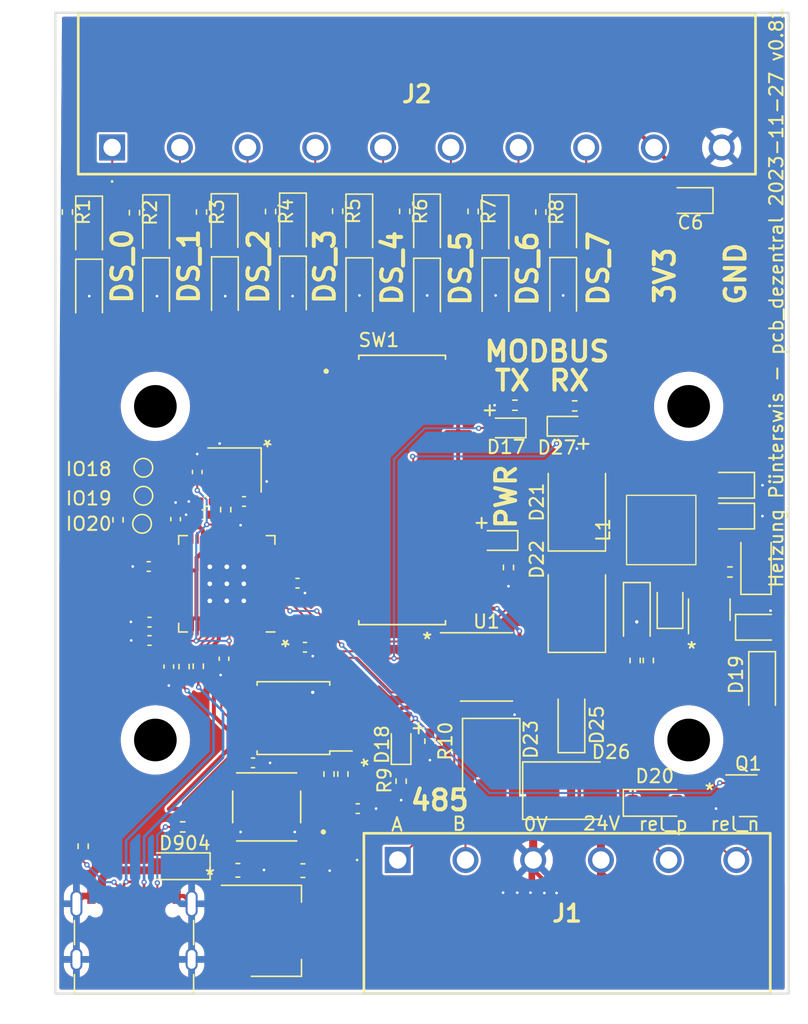
<source format=kicad_pcb>
(kicad_pcb (version 20221018) (generator pcbnew)
  (title_block (title "Heizung Pünterswis - pcb_dezentral") (date "2023-11-27") (rev "0.81") (company "www.positron.ch") (comment 1 "Released under MIT Open-source License"))
  (layers (0 "F.Cu" signal) (31 "B.Cu" signal) (34 "B.Paste" user) (35 "F.Paste" user) (36 "B.SilkS" user "B.Silkscreen") (37 "F.SilkS" user "F.Silkscreen") (38 "B.Mask" user) (39 "F.Mask" user) (44 "Edge.Cuts" user))
  (net 0 "")
  (net 1 "+5V")
  (net 2 "+1V1")
  (net 3 "485_B")
  (net 4 "485_A")
  (net 5 "/cpu/XIN")
  (net 6 "/cpu/USB_D+")
  (net 7 "/cpu/USB_D-")
  (net 8 "GND")
  (net 9 "/cpu/QSPI_SS")
  (net 10 "/cpu/XOUT")
  (net 11 "/cpu/QSPI_SD3")
  (net 12 "/cpu/QSPI_SCLK")
  (net 13 "/cpu/QSPI_SD0")
  (net 14 "/cpu/QSPI_SD2")
  (net 15 "/cpu/QSPI_SD1")
  (net 16 "+3V3")
  (net 17 "485_24V")
  (net 18 "MODBUS_RO")
  (net 19 "MODBUS_DE")
  (net 20 "MODBUS_DI")
  (net 21 "Net-(C910-Pad1)")
  (net 22 "Net-(D901-K)")
  (net 23 "Net-(J901-CC1)")
  (net 25 "Net-(J901-CC2)")
  (net 27 "Net-(U901-USB-DP)")
  (net 28 "Net-(U901-USB-DM)")
  (net 34 "Net-(SW901-A)")
  (net 35 "Net-(D904-A)")
  (net 36 "rel_n")
  (net 37 "rel")
  (net 38 "modbus_addr_0")
  (net 39 "modbus_addr_1")
  (net 40 "modbus_addr_2")
  (net 41 "modbus_addr_3")
  (net 42 "modbus_addr_4")
  (net 43 "modbus_addr_5")
  (net 44 "modbus_addr_6")
  (net 45 "modbus_addr_7")
  (net 46 "ds_0")
  (net 47 "ds_1")
  (net 48 "ds_2")
  (net 49 "ds_3")
  (net 50 "ds_4")
  (net 51 "ds_5")
  (net 52 "ds_6")
  (net 53 "ds_7")
  (net 54 "24Vp")
  (net 55 "Net-(U2-BST)")
  (net 56 "Net-(D24-K)")
  (net 57 "Net-(D25-A)")
  (net 58 "Net-(D18-K)")
  (net 59 "Net-(U2-EN)")
  (net 60 "Net-(U2-FB)")
  (net 62 "Net-(U901-GPIO18)")
  (net 65 "Net-(U901-GPIO19)")
  (net 67 "Net-(U901-GPIO20)")
  (net 68 "Net-(D17-K)")
  (net 69 "Net-(D27-A)")
  (footprint "Diode_SMD:D_SMB" (layer "F.Cu") (at 112.7094 117.295)
    (fp_text reference "D26")
    (fp_text value "SMBJ30CA")
  )
  (footprint "Diode_SMD:D_SOD-123" (layer "F.Cu") (at 101.8769 74.9552 -90)
    (fp_text reference "D11" hide)
    (fp_text value "B5819W SL")
  )
  (footprint "Resistor_SMD:R_0402_1005Metric_Pad0.72x0.64mm_HandSolder" (layer "F.Cu") (at 107.985 100.5685 90)
    (fp_text reference "R905" hide)
    (fp_text value "470R")
  )
  (footprint "Diode_SMD:D_SOD-123" (layer "F.Cu") (at 112.0877 74.9552 -90)
    (fp_text reference "D15" hide)
    (fp_text value "B5819W SL")
  )
  (footprint "Resistor_SMD:R_0402_1005Metric_Pad0.72x0.64mm_HandSolder" (layer "F.Cu") (at 112.95 88.466)
    (fp_text reference "R15" hide)
    (fp_text value "470R")
  )
  (footprint "Diode_SMD:D_SMB" (layer "F.Cu") (at 113.1158 95.6796 90)
    (fp_text reference "D21")
    (fp_text value "SMBJ6.5CA")
  )
  (footprint "00_project_library:L_MODBUS" (layer "F.Cu") (at 119.542 97.7634 90)
    (fp_text reference "L1")
    (fp_text value "22uH")
  )
  (footprint "Resistor_SMD:R_0402_1005Metric_Pad0.72x0.64mm_HandSolder" (layer "F.Cu") (at 118.4752 107.5414 90)
    (fp_text reference "R13" hide)
    (fp_text value "10k")
  )
  (footprint "00_project_library:LED_0603_1608Metric" (layer "F.Cu") (at 107.1976 98.5498 180)
    (fp_text reference "D901" hide)
    (fp_text value "LED GREEN")
  )
  (footprint "Diode_SMD:D_1206_3216Metric" (layer "F.Cu") (at 126.5524 100.3024 90)
    (fp_text reference "C1" hide)
    (fp_text value "4u7 50V")
  )
  (footprint "Diode_SMD:D_0805_2012Metric" (layer "F.Cu") (at 126.7038 105.0522)
    (fp_text reference "C2" hide)
    (fp_text value "100n 50V")
  )
  (footprint "Diode_SMD:D_SOD-123" (layer "F.Cu") (at 81.5569 79.7304 -90)
    (fp_text reference "D4" hide)
    (fp_text value "B5819W SL")
  )
  (footprint "Diode_SMD:D_SOD-123" (layer "F.Cu") (at 76.5277 79.832 -90)
    (fp_text reference "D2" hide)
    (fp_text value "B5819W SL")
  )
  (footprint "Diode_SMD:D_SOD-123" (layer "F.Cu") (at 107.0077 75.0304 -90)
    (fp_text reference "D13" hide)
    (fp_text value "B5819W SL")
  )
  (footprint "Capacitor_SMD:C_0603_1608Metric" (layer "F.Cu") (at 87.6904 123.264)
    (fp_text reference "C901" hide)
    (fp_text value "10u")
  )
  (footprint "Capacitor_SMD:C_0402_1005Metric_Pad0.74x0.62mm_HandSolder" (layer "F.Cu") (at 82.5088 107.9986 -90)
    (fp_text reference "C904" hide)
    (fp_text value "100n")
  )
  (footprint "Diode_SMD:D_SOD-123" (layer "F.Cu") (at 127.0086 109.2432 -90)
    (fp_text reference "D19")
    (fp_text value "B5819W SL")
  )
  (footprint "Package_SO:SOIC-8_3.9x4.9mm_P1.27mm" (layer "F.Cu") (at 106.334 108.024)
    (fp_text reference "U1")
    (fp_text value "SP3485EN-L/TR")
  )
  (footprint "Resistor_SMD:R_0402_1005Metric_Pad0.72x0.64mm_HandSolder" (layer "F.Cu") (at 100.2005 73.8884 -90)
    (fp_text reference "R6")
    (fp_text value "4k7")
  )
  (footprint "Diode_SMD:D_SOD-123" (layer "F.Cu") (at 76.5277 75.1076 -90)
    (fp_text reference "D1" hide)
    (fp_text value "B5819W SL")
  )
  (footprint "TestPoint:TestPoint_Pad_D1.0mm" (layer "F.Cu") (at 80.5 97.3)
    (fp_text reference "IO20")
    (fp_text value "TestPoint")
  )
  (footprint "00_project_library:LED_0603_1608Metric" (layer "F.Cu") (at 99.9332 113.8406 90)
    (fp_text reference "D18")
    (fp_text value "LED WHITE")
  )
  (footprint "Capacitor_SMD:C_0402_1005Metric_Pad0.74x0.62mm_HandSolder" (layer "F.Cu") (at 96.682 118.6412)
    (fp_text reference "C906" hide)
    (fp_text value "1u")
  )
  (footprint "00_project_library:dip_switch_SPST16" (layer "F.Cu") (at 100.0094 94.7652)
    (fp_text reference "SW1")
    (fp_text value "dip_switch_SPST16")
  )
  (footprint "Diode_SMD:D_0805_2012Metric" (layer "F.Cu") (at 120.1008 103.452 90)
    (fp_text reference "C3" hide)
    (fp_text value "100n 50V")
  )
  (footprint "TestPoint:TestPoint_Pad_D1.0mm" (layer "F.Cu") (at 80.6 95.2)
    (fp_text reference "IO19")
    (fp_text value "TestPoint")
  )
  (footprint "Diode_SMD:D_SOD-123" (layer "F.Cu") (at 81.5569 75.006 -90)
    (fp_text reference "D3" hide)
    (fp_text value "B5819W SL")
  )
  (footprint "Diode_SMD:D_SOD-123" (layer "F.Cu") (at 91.8185 74.879 -90)
    (fp_text reference "D7" hide)
    (fp_text value "B5819W SL")
  )
  (footprint "Capacitor_SMD:C_0402_1005Metric_Pad0.74x0.62mm_HandSolder" (layer "F.Cu") (at 81.061 106.0428 180)
    (fp_text reference "C914" hide)
    (fp_text value "100n")
  )
  (footprint "00_project_library:LED_0603_1608Metric" (layer "F.Cu") (at 107.8072 90.117 180)
    (fp_text reference "D17")
    (fp_text value "LED RED")
  )
  (footprint "Capacitor_SMD:C_0402_1005Metric_Pad0.74x0.62mm_HandSolder" (layer "F.Cu") (at 84.6424 93.419 90)
    (fp_text reference "C905" hide)
    (fp_text value "1u")
  )
  (footprint "00_project_library:din_rail_pcb_holder" (layer "F.Cu") (at 101.5 101)
    (fp_text reference "HOLDER1" hide)
    (fp_text value "~")
  )
  (footprint "Resistor_SMD:R_0402_1005Metric_Pad0.72x0.64mm_HandSolder" (layer "F.Cu") (at 108.4676 88.4152 180)
    (fp_text reference "R16" hide)
    (fp_text value "470R")
  )
  (footprint "00_project_library:weidmueller_SL5.08HC-10-90" (layer "F.Cu") (at 78.2549 69.0992 180)
    (fp_text reference "J2")
    (fp_text value "weidmueller_SL5.08HC-10-90" hide)
  )
  (footprint "00_project_library:SW_TS-1187A-B-A-B" (layer "F.Cu") (at 89.8494 118.5142 180)
    (fp_text reference "SW901" hide)
    (fp_text value "SW_MEC_5E")
  )
  (footprint "Capacitor_SMD:C_0402_1005Metric_Pad0.74x0.62mm_HandSolder" (layer "F.Cu") (at 85.125 96.6194 180)
    (fp_text reference "C908" hide)
    (fp_text value "100n")
  )
  (footprint "Resistor_SMD:R_0402_1005Metric_Pad0.72x0.64mm_HandSolder" (layer "F.Cu") (at 124.5966 100.912 180)
    (fp_text reference "R11" hide)
    (fp_text value "100k")
  )
  (footprint "Diode_SMD:D_SOD-123" (layer "F.Cu") (at 101.8769 79.7568 -90)
    (fp_text reference "D12" hide)
    (fp_text value "B5819W SL")
  )
  (footprint "Resistor_SMD:R_0402_1005Metric_Pad0.72x0.64mm_HandSolder" (layer "F.Cu") (at 79.9313 73.99 -90)
    (fp_text reference "R2")
    (fp_text value "4k7")
  )
  (footprint "00_project_library:SOT-223-3_TabPin2" (layer "F.Cu") (at 90.55 127.8 180)
    (fp_text reference "U902" hide)
    (fp_text value "AMS1117-3.3")
  )
  (footprint "Diode_SMD:D_SOD-123" (layer "F.Cu") (at 86.6877 74.9298 -90)
    (fp_text reference "D5" hide)
    (fp_text value "B5819W SL")
  )
  (footprint "Capacitor_SMD:C_0402_1005Metric_Pad0.74x0.62mm_HandSolder" (layer "F.Cu") (at 86.649 107.4144 -90)
    (fp_text reference "C903" hide)
    (fp_text value "100n")
  )
  (footprint "00_project_library:USB_C_Receptacle_Palconn_UTC16-G" (layer "F.Cu") (at 79.9 127.7)
    (fp_text reference "J901" hide)
    (fp_text value "USB_C_Receptacle_USB2.0")
  )
  (footprint "Diode_SMD:D_SOD-123" (layer "F.Cu") (at 118.9568 118.2094)
    (fp_text reference "D20")
    (fp_text value "B5819W SL")
  )
  (footprint "Resistor_SMD:R_0402_1005Metric_Pad0.72x0.64mm_HandSolder" (layer "F.Cu") (at 76.0826 121.4606 90)
    (fp_text reference "R901" hide)
    (fp_text value "5.1K")
  )
  (footprint "Diode_SMD:D_SOD-123" (layer "F.Cu") (at 96.7969 79.7304 -90)
    (fp_text reference "D10" hide)
    (fp_text value "B5819W SL")
  )
  (footprint "Resistor_SMD:R_0402_1005Metric_Pad0.72x0.64mm_HandSolder" (layer "F.Cu") (at 117.4846 107.5414 90)
    (fp_text reference "R12" hide)
    (fp_text value "56k")
  )
  (footprint "Diode_SMD:D_SOD-123" (layer "F.Cu") (at 112.7094 112.088 90)
    (fp_text reference "D25")
    (fp_text value "B5819W SL")
  )
  (footprint "Resistor_SMD:R_0402_1005Metric_Pad0.72x0.64mm_HandSolder" (layer "F.Cu") (at 86.776 96.2384 90)
    (fp_text reference "R908" hide)
    (fp_text value "1k")
  )
  (footprint "Diode_SMD:D_0805_2012Metric" (layer "F.Cu") (at 124.749 96.722 180)
    (fp_text reference "C4" hide)
    (fp_text value "10u 25V")
  )
  (footprint "Resistor_SMD:R_0402_1005Metric_Pad0.72x0.64mm_HandSolder" (layer "F.Cu") (at 94.523 116.0504 90)
    (fp_text reference "R906" hide)
    (fp_text value "1K")
  )
  (footprint "00_project_library:weidmueller_SL5.08HC-06-90" (layer "F.Cu") (at 99.6792 122.4898)
    (fp_text reference "J1")
    (fp_text value "weidmueller_SL5.08HC-06-90" hide)
  )
  (footprint "Resistor_SMD:R_0402_1005Metric_Pad0.72x0.64mm_HandSolder" (layer "F.Cu") (at 95.1713 73.8763 -90)
    (fp_text reference "R5")
    (fp_text value "4k7")
  )
  (footprint "TestPoint:TestPoint_Pad_D1.0mm" (layer "F.Cu") (at 80.6 93.1)
    (fp_text reference "IO18")
    (fp_text value "TestPoint")
  )
  (footprint "Resistor_SMD:R_0402_1005Metric_Pad0.72x0.64mm_HandSolder" (layer "F.Cu") (at 84.7186 107.9732 90)
    (fp_text reference "R903" hide)
    (fp_text value "27R")
  )
  (footprint "Capacitor_SMD:C_0402_1005Metric_Pad0.74x0.62mm_HandSolder" (layer "F.Cu") (at 81 100.5 180)
    (fp_text reference "C915" hide)
    (fp_text value "100n")
  )
  (footprint "Capacitor_SMD:C_0402_1005Metric_Pad0.74x0.62mm_HandSolder" (layer "F.Cu") (at 83.0168 96.9496 90)
    (fp_text reference "C907" hide)
    (fp_text value "100n")
  )
  (footprint "00_project_library:Crystal_SMD_3225-4Pin_3.2x2.5mm" (layer "F.Cu") (at 87.4364 93.2666 180)
    (fp_text reference "Y901" hide)
    (fp_text value "Crystal_GND24_Small")
  )
  (footprint "Resistor_SMD:R_0402_1005Metric_Pad0.72x0.64mm_HandSolder" (layer "F.Cu") (at 90.1421 73.9005 -90)
    (fp_text reference "R4")
    (fp_text value "4k7")
  )
  (footprint "Resistor_SMD:R_0402_1005Metric_Pad0.72x0.64mm_HandSolder" (layer "F.Cu") (at 95.5644 116.0504 90)
    (fp_text reference "R907" hide)
    (fp_text value "10K")
  )
  (footprint "Diode_SMD:D_SMB" (layer "F.Cu") (at 106.6896 115.5424 -90)
    (fp_text reference "D23")
    (fp_text value "SMBJ6.5CA")
  )
  (footprint "Resistor_SMD:R_0402_1005Metric_Pad0.72x0.64mm_HandSolder" (layer "F.Cu") (at 84.9605 73.9392 -90)
    (fp_text reference "R3")
    (fp_text value "4k7")
  )
  (footprint "Capacitor_SMD:C_0402_1005Metric_Pad0.74x0.62mm_HandSolder" (layer "F.Cu") (at 81.061 104.6712 180)
    (fp_text reference "C913" hide)
    (fp_text value "100n")
  )
  (footprint "Resistor_SMD:R_0402_1005Metric_Pad0.72x0.64mm_HandSolder" (layer "F.Cu") (at 99.9332 116.5838 -90)
    (fp_text reference "R9")
    (fp_text value "470")
  )
  (footprint "Resistor_SMD:R_0402_1005Metric_Pad0.72x0.64mm_HandSolder" (layer "F.Cu") (at 110.4113 73.9392 -90)
    (fp_text reference "R8")
    (fp_text value "4k7")
  )
  (footprint "Package_TO_SOT_SMD:SOT-23" (layer "F.Cu") (at 125.9682 117.676)
    (fp_text reference "Q1")
    (fp_text value "AO3400A")
  )
  (footprint "Resistor_SMD:R_0402_1005Metric_Pad0.72x0.64mm_HandSolder" (layer "F.Cu") (at 105.3313 73.8884 -90)
    (fp_text reference "R7")
    (fp_text value "4k7")
  )
  (footprint "Resistor_SMD:R_0402_1005Metric_Pad0.72x0.64mm_HandSolder" (layer "F.Cu") (at 83.6518 107.9986 90)
    (fp_text reference "R904" hide)
    (fp_text value "27R")
  )
  (footprint "Capacitor_SMD:C_0603_1608Metric" (layer "F.Cu") (at 92.5672 123.2894)
    (fp_text reference "C902" hide)
    (fp_text value "10u")
  )
  (footprint "Capacitor_SMD:C_0402_1005Metric" (layer "F.Cu") (at 88.1476 95.6288)
    (fp_text reference "C909" hide)
    (fp_text value "30p")
  )
  (footprint "Diode_SMD:D_SOD-123" (layer "F.Cu") (at 96.7969 74.9552 -90)
    (fp_text reference "D9" hide)
    (fp_text value "B5819W SL")
  )
  (footprint "Package_TO_SOT_SMD:SOT-23-6" (layer "F.Cu") (at 123.0472 103.7324 90)
    (fp_text reference "U2" hide)
    (fp_text value "AOZ1282CI")
  )
  (footprint "Diode_SMD:D_SMB" (layer "F.Cu") (at 113.1158 103.2742 90)
    (fp_text reference "D22")
    (fp_text value "SMBJ6.5CA")
  )
  (footprint "Diode_SMD:D_SOD-123" (layer "F.Cu") (at 107.0077 79.7304 -90)
    (fp_text reference "D14" hide)
    (fp_text value "B5819W SL")
  )
  (footprint "Capacitor_SMD:C_0402_1005Metric" (layer "F.Cu") (at 85.3028 95.6288 180)
    (fp_text reference "C910" hide)
    (fp_text value "30p")
  )
  (footprint "Diode_SMD:D_SOD-123" (layer "F.Cu") (at 83.2454 122.9592 180)
    (fp_text reference "D904")
    (fp_text value "B5819W SL")
  )
  (footprint "Resistor_SMD:R_0402_1005Metric_Pad0.72x0.64mm_HandSolder" (layer "F.Cu") (at 102.0922 113.5866 -90)
    (fp_text reference "R10")
    (fp_text value "10k")
  )
  (footprint "Diode_SMD:D_0805_2012Metric" (layer "F.Cu") (at 121.6381 73.0756 180)
    (fp_text reference "C6")
    (fp_text value "100n 50V")
  )
  (footprint "Capacitor_SMD:C_0402_1005Metric_Pad0.74x0.62mm_HandSolder" (layer "F.Cu") (at 92.1608 101.7502)
    (fp_text reference "C911" hide)
    (fp_text value "100n")
  )
  (footprint "Diode_SMD:D_SOD-123" (layer "F.Cu") (at 117.6116 104.0626 -90)
    (fp_text reference "D24" hide)
    (fp_text value "B5819W SL")
  )
  (footprint "Resistor_SMD:R_0402_1005Metric_Pad0.72x0.64mm_HandSolder" (layer "F.Cu") (at 78.7 97 -90)
    (fp_text reference "R14" hide)
    (fp_text value "4k7")
  )
  (footprint "00_project_library:SOIC-8_5.23x5.23mm_P1.27mm" (layer "F.Cu") (at 91.856 111.8594 90)
    (fp_text reference "U903" hide)
    (fp_text value "W25Q128JVS")
  )
  (footprint "Diode_SMD:D_SOD-123" (layer "F.Cu") (at 112.0877 79.704 -90)
    (fp_text reference "D16" hide)
    (fp_text value "B5819W SL")
  )
  (footprint "Capacitor_SMD:C_0402_1005Metric_Pad0.74x0.62mm_HandSolder" (layer "F.Cu") (at 88.8247 115.2122)
    (fp_text reference "C912" hide)
    (fp_text value "100n")
  )
  (footprint "Capacitor_SMD:C_0402_1005Metric_Pad0.74x0.62mm_HandSolder" (layer "F.Cu") (at 92.7196 106.5508)
    (fp_text reference "C916" hide)
    (fp_text value "100n")
  )
  (footprint "Resistor_SMD:R_0402_1005Metric_Pad0.72x0.64mm_HandSolder" (layer "F.Cu") (at 74.9021 73.9392 -90)
    (fp_text reference "R1")
    (fp_text value "4k7")
  )
  (footprint "Resistor_SMD:R_0402_1005Metric_Pad0.72x0.64mm_HandSolder" (layer "F.Cu") (at 83.5502 120.0128)
    (fp_text reference "R902" hide)
    (fp_text value "5.1K")
  )
  (footprint "Diode_SMD:D_SOD-123" (layer "F.Cu") (at 91.8185 79.6044 -90)
    (fp_text reference "D8" hide)
    (fp_text value "B5819W SL")
  )
  (footprint "00_project_library:LED_0603_1608Metric" (layer "F.Cu") (at 112.3791 89.99)
    (fp_text reference "D27")
    (fp_text value "LED BLUE")
  )
  (footprint "Diode_SMD:D_SOD-123" (layer "F.Cu") (at 86.7131 79.6542 -90)
    (fp_text reference "D6" hide)
    (fp_text value "B5819W SL")
  )
  (footprint "00_project_library:RP2040-QFN-56" (layer "F.Cu") (at 86.8572 101.796 180)
    (fp_text reference "U901" hide)
    (fp_text value "RP2040")
  )
  (footprint "Diode_SMD:D_0805_2012Metric" (layer "F.Cu") (at 124.749 94.4106 180)
    (fp_text reference "C5" hide)
    (fp_text value "100n 50V")
  )
  (gr_rect locked (start 74 59) (end 129 132.5) (stroke (width 0.15)) (fill none) (layer "Edge.Cuts"))
  (gr_text "GND" (at 125.892 81.0492 90) (layer "F.SilkS") (effects (font (size 1.5 1.5) (thickness 0.3) bold) (justify left bottom)))
  (gr_text "24V" (at 113.4968 120.343) (layer "F.SilkS") (effects (font (size 1 1)) (justify left bottom)))
  (gr_text "DS_6" (at 110.2964 81.1254 90) (layer "F.SilkS") (effects (font (size 1.5 1.5) (thickness 0.3) bold) (justify left bottom)))
  (gr_text "A" (at 99.095 120.4192) (layer "F.SilkS") (effects (font (size 1 1)) (justify left bottom)))
  (gr_text "*" (at 121.2438 107.2874) (layer "F.SilkS") (effects (font (size 1 1)) (justify left bottom)))
  (gr_text "PWR" (at 108.6826 97.8148 90) (layer "F.SilkS") (effects (font (size 1.5 1.5) (thickness 0.3) bold) (justify left bottom)))
  (gr_text "DS_1" (at 84.8964 80.9476 90) (layer "F.SilkS") (effects (font (size 1.5 1.5) (thickness 0.3) bold) (justify left bottom)))
  (gr_text "3V3" (at 120.5834 80.973 90) (layer "F.SilkS") (effects (font (size 1.5 1.5) (thickness 0.3) bold) (justify left bottom)))
  (gr_text "*" (at 122.59 117.8792) (layer "F.SilkS") (effects (font (size 1 1)) (justify left bottom)))
  (gr_text "rel_p" (at 117.6624 120.3684) (layer "F.SilkS") (effects (font (size 1 1)) (justify left bottom)))
  (gr_text "DS_2" (at 90.1034 80.973 90) (layer "F.SilkS") (effects (font (size 1.5 1.5) (thickness 0.3) bold) (justify left bottom)))
  (gr_text "0V" (at 109.0264 120.3938) (layer "F.SilkS") (effects (font (size 1 1)) (justify left bottom)))
  (gr_text "MODBUS" (at 106.0292 85.2656) (layer "F.SilkS") (effects (font (size 1.5 1.5) (thickness 0.3) bold) (justify left bottom)))
  (gr_text "${TITLE} ${ISSUE_DATE} v${REVISION}" (at 128.6606 102.182 90) (layer "F.SilkS") (effects (font (size 1 1)) (justify left bottom)))
  (gr_text "DS_3" (at 95.0818 80.973 90) (layer "F.SilkS") (effects (font (size 1.5 1.5) (thickness 0.3) bold) (justify left bottom)))
  (gr_text locked "DS_0" (at 79.8926 80.9476 90) (layer "F.SilkS") (effects (font (size 1.5 1.5) (thickness 0.3) bold) (justify left bottom)))
  (gr_text "DS_4" (at 100.1364 81.0746 90) (layer "F.SilkS") (effects (font (size 1.5 1.5) (thickness 0.3) bold) (justify left bottom)))
  (gr_text "*" (at 101.4064 106.5762) (layer "F.SilkS") (effects (font (size 1 1)) (justify left bottom)))
  (gr_text "B" (at 103.6924 120.3684) (layer "F.SilkS") (effects (font (size 1 1)) (justify left bottom)))
  (gr_text "RX" (at 110.8806 87.45) (layer "F.SilkS") (effects (font (size 1.5 1.5) (thickness 0.3) bold) (justify left bottom)))
  (gr_text "rel_n" (at 123.0472 120.3684) (layer "F.SilkS") (effects (font (size 1 1)) (justify left bottom)))
  (gr_text "DS_5" (at 105.2672 81.1 90) (layer "F.SilkS") (effects (font (size 1.5 1.5) (thickness 0.3) bold) (justify left bottom)))
  (gr_text "TX" (at 106.7912 87.45) (layer "F.SilkS") (effects (font (size 1.5 1.5) (thickness 0.3) bold) (justify left bottom)))
  (gr_text "DS_7" (at 115.605 81.1 90) (layer "F.SilkS") (effects (font (size 1.5 1.5) (thickness 0.3) bold) (justify left bottom)))
  (gr_text "485" (at 100.492 118.8952) (layer "F.SilkS") (effects (font (size 1.5 1.5) (thickness 0.3) bold) (justify left bottom)))
  (segment (start 90.4844 130.0966) (end 87.4034 130.0966) (width 0.6) (layer "F.Cu") (net 1))
  (segment (start 91.0178 130.63) (end 90.4844 130.0966) (width 0.6) (layer "F.Cu") (net 1))
  (segment (start 111.795 130.63) (end 91.0178 130.63) (width 0.6) (layer "F.Cu") (net 1))
  (segment (start 87.4 130.1) (end 86.5 130.1) (width 0.6) (layer "F.Cu") (net 1))
  (segment (start 85.506 123.6958) (end 85.9378 123.264) (width 0.6) (layer "F.Cu") (net 1))
  (segment (start 85.9378 123.264) (end 85.2002 123.264) (width 0.6) (layer "F.Cu") (net 1))
  (segment (start 112.684 113.7634) (end 112.684 129.741) (width 0.6) (layer "F.Cu") (net 1))
  (segment (start 85.506 129.106) (end 85.506 123.6958) (width 0.6) (layer "F.Cu") (net 1))
  (segment (start 85.9378 123.264) (end 86.9154 123.264) (width 0.6) (layer "F.Cu") (net 1))
  (segment (start 86.5 130.1) (end 85.506 129.106) (width 0.6) (layer "F.Cu") (net 1))
  (segment (start 85.2002 123.264) (end 84.8954 122.9592) (width 0.6) (layer "F.Cu") (net 1))
  (segment (start 112.684 129.741) (end 111.795 130.63) (width 0.6) (layer "F.Cu") (net 1))
  (segment (start 83.1184 106.0682) (end 84.5662 106.0682) (width 0.15) (layer "F.Cu") (net 2))
  (segment (start 85.0572 105.660522) (end 85.0572 105.2335) (width 0.15) (layer "F.Cu") (net 2))
  (segment (start 87.0572 105.2335) (end 87.0572 106.041) (width 0.15) (layer "F.Cu") (net 2))
  (segment (start 84.6424 93.9865) (end 84.6424 94.7906) (width 0.15) (layer "F.Cu") (net 2))
  (segment (start 82.5088 107.4311) (end 82.5088 106.6778) (width 0.15) (layer "F.Cu") (net 2))
  (segment (start 86.2572 97.904) (end 86.2572 98.3585) (width 0.15) (layer "F.Cu") (net 2))
  (segment (start 84.624122 106.0936) (end 85.0572 105.660522) (width 0.15) (layer "F.Cu") (net 2))
  (segment (start 84.5916 106.0936) (end 84.5662 106.0682) (width 0.15) (layer "F.Cu") (net 2))
  (segment (start 84.624122 106.0936) (end 84.5916 106.0936) (width 0.15) (layer "F.Cu") (net 2))
  (segment (start 87.03 106.0682) (end 87.0572 106.0954) (width 0.15) (layer "F.Cu") (net 2))
  (segment (start 87.0572 106.0954) (end 87.0572 106.4387) (width 0.15) (layer "F.Cu") (net 2))
  (segment (start 85.7092 97.356) (end 86.2572 97.904) (width 0.15) (layer "F.Cu") (net 2))
  (segment (start 87.0572 106.4387) (end 86.649 106.8469) (width 0.15) (layer "F.Cu") (net 2))
  (segment (start 85.3536 97.356) (end 85.7092 97.356) (width 0.15) (layer "F.Cu") (net 2))
  (segment (start 82.5088 106.6778) (end 83.1184 106.0682) (width 0.15) (layer "F.Cu") (net 2))
  (segment (start 87.0572 106.041) (end 87.03 106.0682) (width 0.15) (layer "F.Cu") (net 2))
  (via (at 87.03 106.0682) (size 0.4) (drill 0.2) (layers "F.Cu" "B.Cu") (net 2))
  (via (at 85.3536 97.356) (size 0.4) (drill 0.2) (layers "F.Cu" "B.Cu") (net 2))
  (via (at 84.5662 106.0682) (size 0.4) (drill 0.2) (layers "F.Cu" "B.Cu") (net 2))
  (via (at 84.6424 94.7906) (size 0.4) (drill 0.2) (layers "F.Cu" "B.Cu") (net 2))
  (segment (start 85.3536 97.356) (end 84.5662 98.1434) (width 0.15) (layer "B.Cu") (net 2))
  (segment (start 84.5662 106.0682) (end 87.03 106.0682) (width 0.15) (layer "B.Cu") (net 2))
  (segment (start 85.3536 95.5018) (end 85.3536 97.356) (width 0.15) (layer "B.Cu") (net 2))
  (segment (start 84.6424 94.7906) (end 85.3536 95.5018) (width 0.15) (layer "B.Cu") (net 2))
  (segment (start 84.5662 98.1434) (end 84.5662 106.0682) (width 0.15) (layer "B.Cu") (net 2))
  (segment (start 111.151 107.389) (end 113.1158 105.4242) (width 0.15) (layer "F.Cu") (net 3))
  (segment (start 108.809 107.389) (end 111.151 107.389) (width 0.15) (layer "F.Cu") (net 3))
  (segment (start 111.151 113.1384) (end 111.151 107.389) (width 0.15) (layer "F.Cu") (net 3))
  (segment (start 104.7592 122.4898) (end 104.7592 119.5302) (width 0.15) (layer "F.Cu") (net 3))
  (segment (start 104.7592 119.5302) (end 111.151 113.1384) (width 0.15) (layer "F.Cu") (net 3))
  (segment (start 113.1158 97.8296) (end 113.1158 101.1242) (width 0.15) (layer "F.Cu") (net 4))
  (segment (start 103.921 113.2056) (end 106.9182 110.2084) (width 0.15) (layer "F.Cu") (net 4))
  (segment (start 106.9182 110.2084) (end 106.9182 108.659) (width 0.15) (layer "F.Cu") (net 4))
  (segment (start 110.389 101.1242) (end 113.1158 101.1242) (width 0.15) (layer "F.Cu") (net 4))
  (segment (start 108.809 108.659) (end 106.9182 108.659) (width 0.15) (layer "F.Cu") (net 4))
  (segment (start 99.6792 122.4898) (end 103.921 118.248) (width 0.15) (layer "F.Cu") (net 4))
  (segment (start 103.921 118.248) (end 103.921 113.2056) (width 0.15) (layer "F.Cu") (net 4))
  (segment (start 106.9182 104.595) (end 110.389 101.1242) (width 0.15) (layer "F.Cu") (net 4))
  (segment (start 106.9182 108.659) (end 106.9182 104.595) (width 0.15) (layer "F.Cu") (net 4))
  (segment (start 88.3118 92.4166) (end 87.4364 93.292) (width 0.15) (layer "F.Cu") (net 5))
  (segment (start 87.4364 93.292) (end 87.4364 98.3377) (width 0.15) (layer "F.Cu") (net 5))
  (segment (start 79.8164 126.3628) (end 80.4768 126.3628) (width 0.2) (layer "F.Cu") (net 6))
  (segment (start 80.65 126.1896) (end 80.65 125.19) (width 0.2) (layer "F.Cu") (net 6))
  (segment (start 84.7186 108.5707) (end 84.7186 109.5226) (width 0.2) (layer "F.Cu") (net 6))
  (segment (start 80.65 125.19) (end 80.65 124.1576) (width 0.2) (layer "F.Cu") (net 6))
  (segment (start 79.65 125.19) (end 79.65 126.1964) (width 0.2) (layer "F.Cu") (net 6))
  (segment (start 84.7186 109.5226) (end 84.744 109.548) (width 0.2) (layer "F.Cu") (net 6))
  (segment (start 80.4768 126.3628) (end 80.65 126.1896) (width 0.2) (layer "F.Cu") (net 6))
  (segment (start 79.65 126.1964) (end 79.8164 126.3628) (width 0.2) (layer "F.Cu") (net 6))
  (segment (start 80.65 124.1576) (end 80.6546 124.153) (width 0.2) (layer "F.Cu") (net 6))
  (via (at 80.6546 124.153) (size 0.4) (drill 0.2) (layers "F.Cu" "B.Cu") (net 6))
  (via (at 84.744 109.548) (size 0.4) (drill 0.2) (layers "F.Cu" "B.Cu") (net 6))
  (segment (start 86.5728 111.3768) (end 86.5728 114.8312) (width 0.2) (layer "B.Cu") (net 6))
  (segment (start 86.5728 114.8312) (end 80.6546 120.7494) (width 0.2) (layer "B.Cu") (net 6))
  (segment (start 80.6546 120.7494) (end 80.6546 124.153) (width 0.2) (layer "B.Cu") (net 6))
  (segment (start 84.744 109.548) (end 86.5728 111.3768) (width 0.2) (layer "B.Cu") (net 6))
  (segment (start 79.3084 124.1276) (end 79.9688 124.1276) (width 0.2) (layer "F.Cu") (net 7))
  (segment (start 83.6518 109.5734) (end 83.8804 109.802) (width 0.2) (layer "F.Cu") (net 7))
  (segment (start 79.15 124.286) (end 79.3084 124.1276) (width 0.2) (layer "F.Cu") (net 7))
  (segment (start 79.15 125.19) (end 79.15 124.286) (width 0.2) (layer "F.Cu") (net 7))
  (segment (start 79.9688 124.1276) (end 80.15 124.3088) (width 0.2) (layer "F.Cu") (net 7))
  (segment (start 80.15 124.3088) (end 80.15 125.19) (width 0.2) (layer "F.Cu") (net 7))
  (segment (start 83.6518 108.5961) (end 83.6518 109.5734) (width 0.2) (layer "F.Cu") (net 7))
  (via (at 83.8804 109.802) (size 0.4) (drill 0.2) (layers "F.Cu" "B.Cu") (net 7))
  (via (at 79.3084 124.1276) (size 0.4) (drill 0.2) (layers "F.Cu" "B.Cu") (net 7))
  (segment (start 79.3084 121.0288) (end 79.3084 124.1276) (width 0.2) (layer "B.Cu") (net 7))
  (segment (start 85.8616 114.4756) (end 79.3084 121.0288) (width 0.2) (layer "B.Cu") (net 7))
  (segment (start 83.8804 109.802) (end 85.8616 111.7832) (width 0.2) (layer "B.Cu") (net 7))
  (segment (start 85.8616 111.7832) (end 85.8616 114.4756) (width 0.2) (layer "B.Cu") (net 7))
  (segment (start 84.22 127.836) (end 75.58 127.836) (width 0.3) (layer "F.Cu") (net 8))
  (segment (start 76.5398 81.4048) (end 76.5398 80.2384) (width 0.3) (layer "F.Cu") (net 8))
  (segment (start 86.3364 91.303) (end 86.3188 91.2854) (width 0.3) (layer "F.Cu") (net 8))
  (segment (start 91.8185 80.2638) (end 91.7931 80.2384) (width 0.3) (layer "F.Cu") (net 8))
  (segment (start 127.035 98.4198) (end 127.035 96.723) (width 0.3) (layer "F.Cu") (net 8))
  (segment (start 96.809 81.354) (end 96.809 80.1876) (width 0.3) (layer "F.Cu") (net 8))
  (segment (start 83.1 125.19) (end 83.64 125.19) (width 0.3) (layer "F.Cu") (net 8))
  (segment (start 101.889 81.354) (end 101.889 80.1876) (width 0.3) (layer "F.Cu") (net 8))
  (segment (start 84.1477 120.0128) (end 86.473 120.0128) (width 0.3) (layer "F.Cu") (net 8))
  (segment (start 91.8185 81.2544) (end 91.8185 80.2638) (width 0.3) (layer "F.Cu") (net 8))
  (segment (start 117.6116 105.7126) (end 117.6116 104.6458) (width 0.3) (layer "F.Cu") (net 8))
  (segment (start 86.3364 92.4166) (end 86.3364 91.303) (width 0.3) (layer "F.Cu") (net 8))
  (segment (start 83.0168 96.3821) (end 83.0168 95.705) (width 0.3) (layer "F.Cu") (net 8))
  (segment (start 99.9332 117.1813) (end 99.9332 118.0062) (width 0.3) (layer "F.Cu") (net 8))
  (segment (start 84.6424 92.8515) (end 84.6424 92.0728) (width 0.3) (layer "F.Cu") (net 8))
  (segment (start 87.8572 97.4432) (end 87.8936 97.4068) (width 0.3) (layer "F.Cu") (net 8))
  (segment (start 113.1158 93.5296) (end 113.1158 91.6664) (width 0.3) (layer "F.Cu") (net 8))
  (segment (start 127.035 94.4096) (end 127.034 94.4106) (width 0.3) (layer "F.Cu") (net 8))
  (segment (start 95.456 109.9544) (end 93.3292 109.9544) (width 0.3) (layer "F.Cu") (net 8))
  (segment (start 92.7283 102.4781) (end 92.7196 102.4868) (width 0.3) (layer "F.Cu") (net 8))
  (segment (start 75.58 129.94) (end 84.22 129.94) (width 0.3) (layer "F.Cu") (net 8))
  (segment (start 84.8228 95.6288) (end 84.0074 95.6288) (width 0.3) (layer "F.Cu") (net 8))
  (segment (start 79.6894 104.6712) (end 79.664 104.6458) (width 0.3) (layer "F.Cu") (net 8))
  (segment (start 109.8392 122.4898) (end 109.8392 117.835) (width 0.6) (layer "F.Cu") (net 8))
  (segment (start 94.5738 123.2894) (end 93.3422 123.2894) (width 0.3) (layer "F.Cu") (net 8))
  (segment (start 87.889 120.3892) (end 87.8936 120.3938) (width 0.3) (layer "F.Cu") (net 8))
  (segment (start 76.16 125.19) (end 75.58 125.77) (width 0.3) (layer "F.Cu") (net 8))
  (segment (start 75.58 129.94) (end 75.58 127.6128) (width 0.3) (layer "F.Cu") (net 8))
  (segment (start 109.636 124.9404) (end 109.636 122.693) (width 0.3) (layer "F.Cu") (net 8))
  (segment (start 112.0877 81.354) (end 112.0877 80.1876) (width 0.3) (layer "F.Cu") (net 8))
  (segment (start 126.5524 98.9024) (end 127.035 98.4198) (width 0.3) (layer "F.Cu") (net 8))
  (segment (start 107.5786 124.7504) (end 109.8392 122.4898) (width 0.3) (layer "F.Cu") (net 8))
  (segment (start 76.7 125.19) (end 76.16 125.19) (width 0.3) (layer "F.Cu") (net 8))
  (segment (start 92.7283 101.7502) (end 92.7283 102.4781) (width 0.3) (layer "F.Cu") (net 8))
  (segment (start 80.4935 104.6712) (end 79.6894 104.6712) (width 0.3) (layer "F.Cu") (net 8))
  (segment (start 82.5088 108.5661) (end 82.5088 109.421) (width 0.3) (layer "F.Cu") (net 8))
  (segment (start 88.5364 94.1166) (end 89.8358 94.1166) (width 0.3) (layer "F.Cu") (net 8))
  (segment (start 86.649 108.3796) (end 86.395 108.6336) (width 0.3) (layer "F.Cu") (net 8))
  (segment (start 125.6865 96.722) (end 127.034 96.722) (width 0.3) (layer "F.Cu") (net 8))
  (segment (start 86.8494 120.3892) (end 87.889 120.3892) (width 0.3) (layer "F.Cu") (net 8))
  (segment (start 109.8392 124.1276) (end 109.8392 122.4898) (width 0.3) (layer "F.Cu") (net 8))
  (segment (start 92.8494 120.3892) (end 91.9622 120.3892) (width 0.3) (layer "F.Cu") (net 8))
  (segment (start 84.22 125.77) (end 84.22 127.836) (width 0.3) (layer "F.Cu") (net 8))
  (segment (start 80.4325 100.5) (end 79.8 100.5) (width 0.3) (layer "F.Cu") (net 8))
  (segment (start 108.6454 123.6836) (end 109.8392 122.4898) (width 0.3) (layer "F.Cu") (net 8))
  (segment (start 107.8701 88.4152) (end 106.9436 88.4152) (width 0.3) (layer "F.Cu") (net 8))
  (segment (start 111.5918 124.9658) (end 109.8392 123.2132) (width 0.3) (layer "F.Cu") (net 8))
  (segment (start 125.6865 94.4106) (end 127.034 94.4106) (width 0.3) (layer "F.Cu") (net 8))
  (segment (start 123.5704 118.626) (end 123.5552 118.6412) (width 0.3) (layer "F.Cu") (net 8))
  (segment (start 106.6896 113.358) (end 108.4422 111.6054) (width 0.3) (layer "F.Cu") (net 8))
  (segment (start 127.6446 103.8076) (end 127.6413 103.8109) (width 0.3) (layer "F.Cu") (net 8))
  (segment (start 122.5756 70.4985) (end 122.5756 73.0756) (width 0.3) (layer "F.Cu") (net 8))
  (segment (start 84.5575 96.6194) (end 83.8042 96.6194) (width 0.3) (layer "F.Cu") (net 8))
  (segment (start 86.649 107.9819) (end 86.649 108.3796) (width 0.3) (layer "F.Cu") (net 8))
  (segment (start 127.035 96.723) (end 127.034 96.722) (width 0.3) (layer "F.Cu") (net 8))
  (segment (start 127.034 94.4106) (end 127.034 96.722) (width 0.3) (layer "F.Cu") (net 8))
  (segment (start 108.6454 124.9404) (end 108.6454 123.6836) (width 0.3) (layer "F.Cu") (net 8))
  (segment (start 83.64 125.19) (end 84.22 125.77) (width 0.3) (layer "F.Cu") (net 8))
  (segment (start 107.985 101.166) (end 107.985 101.9788) (width 0.3) (layer "F.Cu") (net 8))
  (segment (start 125.0307 118.626) (end 123.5704 118.626) (width 0.3) (layer "F.Cu") (net 8))
  (segment (start 102.0922 114.1841) (end 102.0922 115.009) (width 0.3) (layer "F.Cu") (net 8))
  (segment (start 89.6462 123.2386) (end 88.4908 123.2386) (width 0.3) (layer "F.Cu") (net 8))
  (segment (start 84.22 129.94) (end 84.22 125.77) (width 0.3) (layer "F.Cu") (net 8))
  (segment (start 97.2495 118.6412) (end 98.0536 118.6412) (width 0.3) (layer "F.Cu") (net 8))
  (segment (start 89.8358 94.1166) (end 89.8494 94.1302) (width 0.3) (layer "F.Cu") (net 8))
  (segment (start 86.7131 80.2638) (end 86.7385 80.2384) (width 0.3) (layer "F.Cu") (net 8))
  (segment (start 93.3038 107.2112) (end 93.3038 106.5675) (width 0.3) (layer "F.Cu") (net 8))
  (segment (start 110.6774 124.9658) (end 109.8392 124.1276) (width 0.3) (layer "F.Cu") (net 8))
  (segment (start 86.7131 81.3042) (end 86.7131 80.2638) (width 0.3) (layer "F.Cu") (net 8))
  (segment (start 127.6413 105.0522) (end 127.6413 103.8109) (width 0.3) (layer "F.Cu") (net 8))
  (segment (start 86.473 120.0128) (end 86.8494 120.3892) (width 0.3) (layer "F.Cu") (net 8))
  (segment (start 91.9622 120.3892) (end 91.9576 120.3938) (width 0.3) (layer "F.Cu") (net 8))
  (segment (start 87.8572 98.3585) (end 87.8572 97.4432) (width 0.3) (layer "F.Cu") (net 8))
  (segment (start 127.035 96.721) (end 127.034 96.722) (width 0.3) (layer "F.Cu") (net 8))
  (segment (start 80.4935 106.0428) (end 79.6894 106.0428) (width 0.3) (layer "F.Cu") (net 8))
  (segment (start 107.0198 81.354) (end 107.0198 80.1876) (width 0.3) (layer "F.Cu") (net 8))
  (segment (start 123.9749 69.0992) (end 122.5756 70.4985) (width 0.3) (layer "F.Cu") (net 8))
  (segment (start 107.5786 124.9404) (end 107.5786 124.7504) (width 0.3) (layer "F.Cu") (net 8))
  (segment (start 81.6198 81.4048) (end 81.6198 80.2384) (width 0.3) (layer "F.Cu") (net 8))
  (segment (start 93.3292 109.9544) (end 93.3038 109.929) (width 0.3) (layer "F.Cu") (net 8))
  (segment (start 89.3922 115.2122) (end 90.1034 115.2122) (width 0.3) (layer "F.Cu") (net 8))
  (segment (start 75.58 127.836) (end 75.58 127.6128) (width 0.3) (layer "F.Cu") (net 8))
  (segment (start 75.58 127.6128) (end 75.58 125.77) (width 0.3) (layer "F.Cu") (net 8))
  (via (at 123.5552 118.6412) (size 0.4) (drill 0.2) (layers "F.Cu" "B.Cu") (net 8))
  (via (at 102.0922 115.009) (size 0.4) (drill 0.2) (layers "F.Cu" "B.Cu") (net 8))
  (via (at 108.4422 111.6054) (size 0.4) (drill 0.2) (layers "F.Cu" "B.Cu") (net 8))
  (via (at 107.0198 80.1876) (size 0.4) (drill 0.2) (layers "F.Cu" "B.Cu") (net 8))
  (via (at 87.8936 120.3938) (size 0.4) (drill 0.2) (layers "F.Cu" "B.Cu") (net 8))
  (via (at 86.3188 91.2854) (size 0.4) (drill 0.2) (layers "F.Cu" "B.Cu") (net 8))
  (via (at 86.7385 80.2384) (size 0.4) (drill 0.2) (layers "F.Cu" "B.Cu") (net 8))
  (via (at 107.5786 124.9404) (size 0.4) (drill 0.2) (layers "F.Cu" "B.Cu") (net 8))
  (via (at 79.6894 106.0428) (size 0.4) (drill 0.2) (layers "F.Cu" "B.Cu") (net 8))
  (via (at 109.636 124.9404) (size 0.4) (drill 0.2) (layers "F.Cu" "B.Cu") (net 8))
  (via (at 117.6116 104.6458) (size 0.508) (drill 0.254) (layers "F.Cu" "B.Cu") (net 8))
  (via (at 91.7931 80.2384) (size 0.4) (drill 0.2) (layers "F.Cu" "B.Cu") (net 8))
  (via (at 79.664 104.6458) (size 0.4) (drill 0.2) (layers "F.Cu" "B.Cu") (net 8))
  (via (at 93.3038 109.929) (size 0.508) (drill 0.254) (layers "F.Cu" "B.Cu") (net 8))
  (via (at 110.6774 124.9658) (size 0.4) (drill 0.2) (layers "F.Cu" "B.Cu") (net 8))
  (via (at 84.0074 95.6288) (size 0.4) (drill 0.2) (layers "F.Cu" "B.Cu") (net 8))
  (via (at 91.9576 120.3938) (size 0.4) (drill 0.2) (layers "F.Cu" "B.Cu") (net 8))
  (via (at 127.6413 103.8109) (size 0.4) (drill 0.2) (layers "F.Cu" "B.Cu") (net 8))
  (via (at 83.0168 95.705) (size 0.4) (drill 0.2) (layers "F.Cu" "B.Cu") (net 8))
  (via (at 107.985 101.9788) (size 0.4) (drill 0.2) (layers "F.Cu" "B.Cu") (net 8))
  (via (at 83.8042 96.6194) (size 0.4) (drill 0.2) (layers "F.Cu" "B.Cu") (net 8))
  (via (at 106.9436 88.4152) (size 0.4) (drill 0.2) (layers "F.Cu" "B.Cu") (net 8))
  (via (at 81.6198 80.2384) (size 0.4) (drill 0.2) (layers "F.Cu" "B.Cu") (net 8))
  (via (at 111.5918 124.9658) (size 0.4) (drill 0.2) (layers "F.Cu" "B.Cu") (net 8))
  (via (at 84.6424 92.0728) (size 0.4) (drill 0.2) (layers "F.Cu" "B.Cu") (net 8))
  (via (at 127.035 94.4096) (size 0.4) (drill 0.2) (layers "F.Cu" "B.Cu") (net 8))
  (via (at 101.889 80.1876) (size 0.4) (drill 0.2) (layers "F.Cu" "B.Cu") (net 8))
  (via (at 127.034 96.722) (size 0.4) (drill 0.2) (layers "F.Cu" "B.Cu") (net 8))
  (via (at 82.5088 109.421) (size 0.4) (drill 0.2) (layers "F.Cu" "B.Cu") (net 8))
  (via (at 108.6454 124.9404) (size 0.4) (drill 0.2) (layers "F.Cu" "B.Cu") (net 8))
  (via (at 87.8936 97.4068) (size 0.4) (drill 0.2) (layers "F.Cu" "B.Cu") (net 8))
  (via (at 79.8 100.5) (size 0.4) (drill 0.2) (layers "F.Cu" "B.Cu") (net 8))
  (via (at 76.5398 80.2384) (size 0.4) (drill 0.2) (layers "F.Cu" "B.Cu") (net 8))
  (via (at 94.5738 123.2894) (size 0.4) (drill 0.2) (layers "F.Cu" "B.Cu") (net 8))
  (via (at 96.809 80.1876) (size 0.4) (drill 0.2) (layers "F.Cu" "B.Cu") (net 8))
  (via (at 90.1034 115.2122) (size 0.4) (drill 0.2) (layers "F.Cu" "B.Cu") (net 8))
  (via (at 86.395 108.6336) (size 0.4) (drill 0.2) (layers "F.Cu" "B.Cu") (net 8))
  (via (at 99.9332 118.0062) (size 0.4) (drill 0.2) (layers "F.Cu" "B.Cu") (net 8))
  (via (at 89.8494 94.1302) (size 0.4) (drill 0.2) (layers "F.Cu" "B.Cu") (net 8))
  (via (at 112.0877 80.1876) (size 0.4) (drill 0.2) (layers "F.Cu" "B.Cu") (net 8))
  (via (at 89.6462 123.2386) (size 0.4) (drill 0.2) (layers "F.Cu" "B.Cu") (net 8))
  (via (at 93.3038 107.2112) (size 0.4) (drill 0.2) (layers "F.Cu" "B.Cu") (net 8))
  (via (at 92.7196 102.4868) (size 0.4) (drill 0.2) (layers "F.Cu" "B.Cu") (net 8))
  (via (at 113.1158 91.6664) (size 0.4) (drill 0.2) (layers "F.Cu" "B.Cu") (net 8))
  (via (at 98.0536 118.6412) (size 0.4) (drill 0.2) (layers "F.Cu" "B.Cu") (net 8))
  (segment (start 92.0084 107.9224) (end 89.4572 105.3712) (width 0.15) (layer "F.Cu") (net 9))
  (segment (start 97.8758 112.4436) (end 97.8758 109.5226) (width 0.15) (layer "F.Cu") (net 9))
  (segment (start 97.8758 109.5226) (end 96.2756 107.9224) (width 0.15) (layer "F.Cu") (net 9))
  (segment (start 96.555 113.7644) (end 97.8758 112.4436) (width 0.15) (layer "F.Cu") (net 9))
  (segment (start 94.523 115.4529) (end 95.5644 115.4529) (width 0.15) (layer "F.Cu") (net 9))
  (segment (start 95.5644 115.4529) (end 95.5644 113.8728) (width 0.15) (layer "F.Cu") (net 9))
  (segment (start 95.456 113.7644) (end 96.555 113.7644) (width 0.15) (layer "F.Cu") (net 9))
  (segment (start 96.2756 107.9224) (end 92.0084 107.9224) (width 0.15) (layer "F.Cu") (net 9))
  (segment (start 87.0572 97.1171) (end 86.776 96.8359) (width 0.15) (layer "F.Cu") (net 10))
  (segment (start 87.0572 98.3585) (end 87.0572 97.1171) (width 0.15) (layer "F.Cu") (net 10))
  (segment (start 87.4572 105.2335) (end 87.4572 108.2318) (width 0.15) (layer "F.Cu") (net 11))
  (segment (start 87.4572 108.2318) (end 86.4458 109.2432) (width 0.15) (layer "F.Cu") (net 11))
  (segment (start 86.4458 109.2432) (end 86.4458 111.2752) (width 0.15) (layer "F.Cu") (net 11))
  (segment (start 86.4458 111.2752) (end 87.665 112.4944) (width 0.15) (layer "F.Cu") (net 11))
  (segment (start 87.03 109.3956) (end 87.03 110.7164) (width 0.15) (layer "F.Cu") (net 12))
  (segment (start 87.03 110.7164) (end 87.538 111.2244) (width 0.15) (layer "F.Cu") (net 12))
  (segment (start 87.8572 108.5684) (end 87.03 109.3956) (width 0.15) (layer "F.Cu") (net 12))
  (segment (start 87.8572 105.2335) (end 87.8572 108.5684) (width 0.15) (layer "F.Cu") (net 12))
  (segment (start 88.2492 107.3382) (end 88.2572 107.3302) (width 0.15) (layer "F.Cu") (net 13))
  (segment (start 88.2572 107.3302) (end 88.2572 105.2335) (width 0.15) (layer "F.Cu") (net 13))
  (segment (start 88.256 109.9544) (end 88.256 107.345) (width 0.15) (layer "F.Cu") (net 13))
  (segment (start 88.256 107.345) (end 88.2492 107.3382) (width 0.15) (layer "F.Cu") (net 13))
  (segment (start 88.6572 105.2335) (end 88.6572 106.9842) (width 0.15) (layer "F.Cu") (net 14))
  (segment (start 92.8974 111.2244) (end 95.456 111.2244) (width 0.15) (layer "F.Cu") (net 14))
  (segment (start 88.6572 106.9842) (end 92.8974 111.2244) (width 0.15) (layer "F.Cu") (net 14))
  (segment (start 97.063 109.675) (end 97.063 111.8086) (width 0.15) (layer "F.Cu") (net 15))
  (segment (start 89.0572 105.2335) (end 89.0572 105.8856) (width 0.15) (layer "F.Cu") (net 15))
  (segment (start 97.063 111.8086) (end 96.3772 112.4944) (width 0.15) (layer "F.Cu") (net 15))
  (segment (start 96.3772 112.4944) (end 95.456 112.4944) (width 0.15) (layer "F.Cu") (net 15))
  (segment (start 91.7798 108.6082) (end 95.9962 108.6082) (width 0.15) (layer "F.Cu") (net 15))
  (segment (start 95.9962 108.6082) (end 97.063 109.675) (width 0.15) (layer "F.Cu") (net 15))
  (segment (start 89.0572 105.8856) (end 91.7798 108.6082) (width 0.15) (layer "F.Cu") (net 15))
  (segment (start 83.4197 100.796) (end 84.5806 100.796) (width 0.3) (layer "F.Cu") (net 16))
  (segment (start 86.2572 105.2335) (end 86.268 105.2227) (width 0.3) (layer "F.Cu") (net 16))
  (segment (start 86.6908 99.3626) (end 85.0742 99.3626) (width 0.3) (layer "F.Cu") (net 16))
  (segment (start 105.3313 73.2909) (end 106.9182 73.2909) (width 0.3) (layer "F.Cu") (net 16))
  (segment (start 85.0742 99.3626) (end 85.0572 99.3796) (width 0.3) (layer "F.Cu") (net 16))
  (segment (start 89.5446 104.3918) (end 84.6466 104.3918) (width 0.3) (layer "F.Cu") (net 16))
  (segment (start 84.5806 100.796) (end 84.5916 100.785) (width 0.3) (layer "F.Cu") (net 16))
  (segment (start 81.5569 66.4462) (end 81.4807 66.37) (width 0.3) (layer "F.Cu") (net 16))
  (segment (start 85.0572 99.3796) (end 85.0572 98.3585) (width 0.3) (layer "F.Cu") (net 16))
  (segment (start 86.97925 112.77385) (end 86.97925 113.7644) (width 0.3) (layer "F.Cu") (net 16))
  (segment (start 118.8809 69.0992) (end 116.1517 66.37) (width 0.3) (layer "F.Cu") (net 16))
  (segment (start 90.2735 104.4172) (end 89.57 104.4172) (width 0.3) (layer "F.Cu") (net 16))
  (segment (start 84.2572 105.2335) (end 84.2572 104.4002) (width 0.3) (layer "F.Cu") (net 16))
  (segment (start 83.4197 104.396) (end 81.9037 104.396) (width 0.3) (layer "F.Cu") (net 16))
  (segment (start 90.2947 104.396) (end 92.1521 106.2534) (width 0.3) (layer "F.Cu") (net 16))
  (segment (start 84.2572 105.2335) (end 83.0133 105.2335) (width 0.3) (layer "F.Cu") (net 16))
  (segment (start 84.5806 104.3342) (end 84.6424 104.396) (width 0.3) (layer "F.Cu") (net 16))
  (segment (start 95.539 118.6666) (end 95.5644 118.6412) (width 0.3) (layer "F.Cu") (net 16))
  (segment (start 86.6572 105.2335) (end 86.2572 105.2335) (width 0.3) (layer "F.Cu") (net 16))
  (segment (start 97.6847 116.6479) (end 95.5644 116.6479) (width 0.3) (layer "F.Cu") (net 16))
  (segment (start 112.3525 87.1439) (end 111.0838 85.8752) (width 0.3) (layer "F.Cu") (net 16))
  (segment (start 112.0877 66.3954) (end 112.0623 66.37) (width 0.3) (layer "F.Cu") (net 16))
  (segment (start 79.9313 73.3925) (end 81.5204 73.3925) (width 0.3) (layer "F.Cu") (net 16))
  (segment (start 91.7922 123.2894) (end 91.7922 127.8) (width 0.3) (layer "F.Cu") (net 16))
  (segment (start 112.3525 88.466) (end 112.3525 87.1439) (width 0.3) (layer "F.Cu") (net 16))
  (segment (start 105.9784 103.6552) (end 104.2094 103.6552) (width 0.3) (layer "F.Cu") (net 16))
  (segment (start 89.2144 99.3626) (end 86.6908 99.3626) (width 0.3) (layer "F.Cu") (net 16))
  (segment (start 86.2572 105.2335) (end 86.2572 106.0028) (width 0.3) (layer "F.Cu") (net 16))
  (segment (start 91.4098 100.796) (end 91.5933 100.9795) (width 0.3) (layer "F.Cu") (net 16))
  (segment (start 84.5916 100.785) (end 84.5916 99.8198) (width 0.3) (layer "F.Cu") (net 16))
  (segment (start 120.7006 76.2584) (end 120.7006 73.0756) (width 0.3) (layer "F.Cu") (net 16))
  (segment (start 95.1713 73.2788) (end 96.7705 73.2788) (width 0.3) (layer "F.Cu") (net 16))
  (segment (start 81.4807 66.37) (end 76.5277 66.37) (width 0.3) (layer "F.Cu") (net 16))
  (segment (start 107.1214 103.6552) (end 105.9784 103.6552) (width 0.3) (layer "F.Cu") (net 16))
  (segment (start 91.8185 73.229) (end 91.8185 66.4716) (width 0.3) (layer "F.Cu") (net 16))
  (segment (start 74.9021 73.3417) (end 76.4118 73.3417) (width 0.3) (layer "F.Cu") (net 16))
  (segment (start 81.8635 100.796) (end 81.5675 100.5) (width 0.3) (layer "F.Cu") (net 16))
  (segment (start 82.5089 118.6666) (end 91.7544 118.6666) (width 0.3) (layer "F.Cu") (net 16))
  (segment (start 82.204 106.0428) (end 81.6285 106.0428) (width 0.3) (layer "F.Cu") (net 16))
  (segment (start 81.5569 73.356) (end 81.5569 66.4462) (width 0.3) (layer "F.Cu") (net 16))
  (segment (start 88.256 113.7644) (end 88.256 115.211) (width 0.3) (layer "F.Cu") (net 16))
  (segment (start 86.97925 113.7644) (end 86.97925 114.19625) (width 0.3) (layer "F.Cu") (net 16))
  (segment (start 104.9624 111.072) (end 100.0348 111.072) (width 0.3) (layer "F.Cu") (net 16))
  (segment (start 90.2947 100.796) (end 89.2762 100.796) (width 0.3) (layer "F.Cu") (net 16))
  (segment (start 89.2762 100.796) (end 89.2144 100.7342) (width 0.3) (layer "F.Cu") (net 16))
  (segment (start 84.8202 97.5592) (end 83.0589 97.5592) (width 0.3) (layer "F.Cu") (net 16))
  (segment (start 120.7006 70.8794) (end 120.7006 73.0756) (width 0.3) (layer "F.Cu") (net 16))
  (segment (start 76.5277 66.37) (end 76.5277 73.4576) (width 0.3) (layer "F.Cu") (net 16))
  (segment (start 85.0572 98.3585) (end 85.0572 97.7962) (width 0.3) (layer "F.Cu") (net 16))
  (segment (start 91.7798 123.2894) (end 90.6622 122.1718) (width 0.3) (layer "F.Cu") (net 16))
  (segment (start 88.256 113.7644) (end 86.97925 113.7644) (width 0.3) (layer "F.Cu") (net 16))
  (segment (start 82.5089 118.6666) (end 86.97925 114.19625) (width 0.3) (layer "F.Cu") (net 16))
  (segment (start 107.0077 73.3804) (end 107.0077 66.3954) (width 0.3) (layer "F.Cu") (net 16))
  (segment (start 90.6622 122.1718) (end 90.6622 118.6666) (width 0.3) (layer "F.Cu") (net 16))
  (segment (start 91.8185 66.4716) (end 91.9201 66.37) (width 0.3) (layer "F.Cu") (net 16))
  (segment (start 96.8731 66.37) (end 91.9201 66.37) (width 0.3) (layer "F.Cu") (net 16))
  (segment (start 84.5806 100.796) (end 84.5806 104.3342) (width 0.3) (layer "F.Cu") (net 16))
  (segment (start 104.2094 98.5752) (end 106.3847 98.5752) (width 0.3) (layer "F.Cu") (net 16))
  (segment (start 83.4197 100.796) (end 81.8635 100.796) (width 0.3) (layer "F.Cu") (net 16))
  (segment (start 90.2947 100.796) (end 91.4098 100.796) (width 0.3) (layer "F.Cu") (net 16))
  (segment (start 116.1517 66.37) (end 112.0623 66.37) (width 0.3) (layer "F.Cu") (net 16))
  (segment (start 112.0623 66.37) (end 106.9823 66.37) (width 0.3) (layer "F.Cu") (net 16))
  (segment (start 85.887 111.6816) (end 86.97925 112.77385) (width 0.3) (layer "F.Cu") (net 16))
  (segment (start 81.9037 104.396) (end 81.6285 104.6712) (width 0.3) (layer "F.Cu") (net 16))
  (segment (start 106.9823 66.37) (end 101.9023 66.37) (width 0.3) (layer "F.Cu") (net 16))
  (segment (start 95.5644 118.6412) (end 95.5644 116.6479) (width 0.3) (layer "F.Cu") (net 16))
  (segment (start 85.887 106.373) (end 85.887 111.6816) (width 0.3) (layer "F.Cu") (net 16))
  (segment (start 91.7922 127.8) (end 93.7 127.8) (width 0.3) (layer "F.Cu") (net 16))
  (segment (start 91.5933 100.9795) (end 91.5933 101.7502) (width 0.3) (layer "F.Cu") (net 16))
  (segment (start 104.2094 103.6552) (end 104.2094 85.8752) (width 0.3) (layer "F.Cu") (net 16))
  (segment (start 86.6877 66.37) (end 81.4807 66.37) (width 0.3) (layer "F.Cu") (net 16))
  (segment (start 86.6877 73.2798) (end 86.6877 66.37) (width 0.3) (layer "F.Cu") (net 16))
  (segment (start 83.0133 105.2335) (end 82.204 106.0428) (width 0.3) (layer "F.Cu") (net 16))
  (segment (start 90.1421 73.303) (end 91.7445 73.303) (width 0.3) (layer "F.Cu") (net 16))
  (segment (start 84.617 99.8198) (end 85.0572 99.3796) (width 0.3) (layer "F.Cu") (net 16))
  (segment (start 110.4113 73.3417) (end 112.0512 73.3417) (width 0.3) (layer "F.Cu") (net 16))
  (segment (start 100.0348 111.072) (end 98.587 112.5198) (width 0.3) (layer "F.Cu") (net 16))
  (segment (start 96.7969 66.4462) (end 96.8731 66.37) (width 0.3) (layer "F.Cu") (net 16))
  (segment (start 86.268 105.2227) (end 86.268 104.3918) (width 0.3) (layer "F.Cu") (net 16))
  (segment (start 84.9605 73.3417) (end 86.6258 73.3417) (width 0.3) (layer "F.Cu") (net 16))
  (segment (start 94.8024 118.6666) (end 96.0891 118.6666) (width 0.3) (layer "F.Cu") (net 16))
  (segment (start 118.9204 69.0992) (end 120.7006 70.8794) (width 0.3) (layer "F.Cu") (net 16))
  (segment (start 83.4197 104.396) (end 84.2614 104.396) (width 0.3) (layer "F.Cu") (net 16))
  (segment (start 101.9023 66.37) (end 96.8731 66.37) (width 0.3) (layer "F.Cu") (net 16))
  (segment (start 92.1521 106.2534) (end 92.1521 106.5508) (width 0.3) (layer "F.Cu") (net 16))
  (segment (start 84.2572 104.4002) (end 84.2614 104.396) (width 0.3) (layer "F.Cu") (net 16))
  (segment (start 89.57 104.4172) (end 89.5446 104.3918) (width 0.3) (layer "F.Cu") (net 16))
  (segment (start 87.4 127.8) (end 91.7922 127.8) (width 0.3) (layer "F.Cu") (net 16))
  (segment (start 96.7969 73.3052) (end 96.7969 66.4462) (width 0.3) (layer "F.Cu") (net 16))
  (segment (start 98.587 112.5198) (end 98.587 115.7456) (width 0.3) (layer "F.Cu") (net 16))
  (segment (start 112.0877 73.3052) (end 112.0877 66.3954) (width 0.3) (layer "F.Cu") (net 16))
  (segment (start 107.0077 66.3954) (end 106.9823 66.37) (width 0.3) (layer "F.Cu") (net 16))
  (segment (start 84.5916 99.8198) (end 84.617 99.8198) (width 0.3) (layer "F.Cu") (net 16))
  (segment (start 84.6572 105.2335) (end 84.6572 104.4108) (width 0.3) (layer "F.Cu") (net 16))
  (segment (start 84.2614 104.396) (end 84.6424 104.396) (width 0.3) (layer "F.Cu") (net 16))
  (segment (start 98.587 115.7456) (end 97.6847 116.6479) (width 0.3) (layer "F.Cu") (net 16))
  (segment (start 84.6466 104.3918) (end 84.6424 104.396) (width 0.3) (layer "F.Cu") (net 16))
  (segment (start 84.6572 104.4108) (end 84.6424 104.396) (width 0.3) (layer "F.Cu") (net 16))
  (segment (start 94.8024 118.6666) (end 95.539 118.6666) (width 0.3) (layer "F.Cu") (net 16))
  (segment (start 108.809 105.3316) (end 108.809 106.119) (width 0.3) (layer "F.Cu") (net 16))
  (segment (start 85.0572 97.7962) (end 84.8202 97.5592) (width 0.3) (layer "F.Cu") (net 16))
  (segment (start 101.8769 66.3954) (end 101.9023 66.37) (width 0.3) (layer "F.Cu") (net 16))
  (segment (start 90.6622 118.6666) (end 91.7544 118.6666) (width 0.3) (layer "F.Cu") (net 16))
  (segment (start 100.2005 73.2909) (end 101.8626 73.2909) (width 0.3) (layer "F.Cu") (net 16))
  (segment (start 105.9784 110.056) (end 105.9784 103.6552) (width 0.3) (layer "F.Cu") (net 16))
  (segment (start 111.0838 85.8752) (end 120.7006 76.2584) (width 0.3) (layer "F.Cu") (net 16))
  (segment (start 101.8769 73.3052) (end 101.8769 66.3954) (width 0.3) (layer "F.Cu") (net 16))
  (segment (start 86.6572 98.3585) (end 86.6572 99.329) (width 0.3) (layer "F.Cu") (net 16))
  (segment (start 104.2094 85.8752) (end 111.0838 85.8752) (width 0.3) (layer "F.Cu") (net 16))
  (segment (start 105.9784 110.056) (end 104.9624 111.072) (width 0.3) (layer "F.Cu") (net 16))
  (segment (start 91.9201 66.37) (end 86.6877 66.37) (width 0.3) (layer "F.Cu") (net 16))
  (segment (start 91.7544 118.6666) (end 94.8024 118.6666) (width 0.3) (layer "F.Cu") (net 16))
  (segment (start 86.2572 106.0028) (end 85.887 106.373) (width 0.3) (layer "F.Cu") (net 16))
  (segment (start 89.2144 100.7342) (end 89.2144 99.3626) (width 0.3) (layer "F.Cu") (net 16))
  (via (at 107.1214 103.6552) (size 0.4) (drill 0.2) (layers "F.Cu" "B.Cu") (net 16))
  (via (at 108.809 105.3316) (size 0.4) (drill 0.2) (layers "F.Cu" "B.Cu") (net 16))
  (segment (start 108.809 105.3316) (end 107.1326 103.6552) (width 0.3) (layer "B.Cu") (net 16))
  (segment (start 107.1326 103.6552) (end 107.1214 103.6552) (width 0.3) (layer "B.Cu") (net 16))
  (segment (start 127.0086 110.8932) (end 127.0086 114.1444) (width 0.6) (layer "F.Cu") (net 17))
  (segment (start 114.9192 117.4794) (end 114.9192 122.4898) (width 0.6) (layer "F.Cu") (net 17))
  (segment (start 127.0086 114.1444) (end 128.2796 115.4154) (width 0.6) (layer "F.Cu") (net 17))
  (segment (start 128.2796 115.4154) (end 128.2796 123.8228) (width 0.6) (layer "F.Cu") (net 17))
  (segment (start 128.2796 123.8228) (end 127.1874 124.915) (width 0.6) (layer "F.Cu") (net 17))
  (segment (start 116.2908 124.915) (end 114.9192 123.5434) (width 0.6) (layer "F.Cu") (net 17))
  (segment (start 114.9192 123.5434) (end 114.9192 122.4898) (width 0.6) (layer "F.Cu") (net 17))
  (segment (start 127.1874 124.915) (end 116.2908 124.915) (width 0.6) (layer "F.Cu") (net 17))
  (segment (start 91.602 103.833) (end 91.365 103.596) (width 0.15) (layer "F.Cu") (net 18))
  (segment (start 100.8476 92.3014) (end 100.7968 92.2506) (width 0.15) (layer "F.Cu") (net 18))
  (segment (start 100.8476 106.119) (end 100.8476 92.3014) (width 0.15) (layer "F.Cu") (net 18))
  (segment (start 100.8476 106.119) (end 103.859 106.119) (width 0.15) (layer "F.Cu") (net 18))
  (segment (start 95.8946 106.119) (end 100.8476 106.119) (width 0.15) (layer "F.Cu") (net 18))
  (segment (start 111.5916 91.2852) (end 111.5918 91.2854) (width 0.15) (layer "F.Cu") (net 18))
  (segment (start 93.6086 103.833) (end 95.8946 106.119) (width 0.15) (layer "F.Cu") (net 18))
  (segment (start 111.5916 89.99) (end 111.5916 91.2852) (width 0.15) (layer "F.Cu") (net 18))
  (segment (start 91.365 103.596) (end 90.2947 103.596) (width 0.15) (layer "F.Cu") (net 18))
  (via (at 91.602 103.833) (size 0.4) (drill 0.2) (layers "F.Cu" "B.Cu") (net 18))
  (via (at 100.7968 92.2506) (size 0.4) (drill 0.2) (layers "F.Cu" "B.Cu") (net 18))
  (via (at 111.5918 91.2854) (size 0.4) (drill 0.2) (layers "F.Cu" "B.Cu") (net 18))
  (via (at 93.6086 103.833) (size 0.4) (drill 0.2) (layers "F.Cu" "B.Cu") (net 18))
  (segment (start 93.6086 103.833) (end 91.602 103.833) (width 0.15) (layer "B.Cu") (net 18))
  (segment (start 110.6266 92.2506) (end 111.5918 91.2854) (width 0.15) (layer "B.Cu") (net 18))
  (segment (start 100.7968 92.2506) (end 110.6266 92.2506) (width 0.15) (layer "B.Cu") (net 18))
  (segment (start 107.0197 90.117) (end 105.7752 90.117) (width 0.15) (layer "F.Cu") (net 19))
  (segment (start 99.3998 107.389) (end 103.859 107.389) (width 0.15) (layer "F.Cu") (net 19))
  (segment (start 98.5108 107.389) (end 99.3998 107.389) (width 0.15) (layer "F.Cu") (net 19))
  (segment (start 91.6254 103.196) (end 95.285 106.8556) (width 0.15) (layer "F.Cu") (net 19))
  (segment (start 95.285 106.8556) (end 97.9774 106.8556) (width 0.15) (layer "F.Cu") (net 19))
  (segment (start 97.9774 106.8556) (end 98.5108 107.389) (width 0.15) (layer "F.Cu") (net 19))
  (segment (start 103.859 107.389) (end 103.859 108.659) (width 0.15) (layer "F.Cu") (net 19))
  (segment (start 90.2947 103.196) (end 91.6254 103.196) (width 0.15) (layer "F.Cu") (net 19))
  (segment (start 105.7752 90.117) (end 105.7498 90.1424) (width 0.15) (layer "F.Cu") (net 19))
  (via (at 105.7498 90.1424) (size 0.4) (drill 0.2) (layers "F.Cu" "B.Cu") (net 19))
  (via (at 99.3998 107.389) (size 0.4) (drill 0.2) (layers "F.Cu" "B.Cu") (net 19))
  (segment (start 101.7112 90.1424) (end 105.7498 90.1424) (width 0.15) (layer "B.Cu") (net 19))
  (segment (start 99.3998 92.4538) (end 101.7112 90.1424) (width 0.15) (layer "B.Cu") (net 19))
  (segment (start 99.3998 107.389) (end 99.3998 92.4538) (width 0.15) (layer "B.Cu") (net 19))
  (segment (start 99.1966 109.929) (end 103.859 109.929) (width 0.15) (layer "F.Cu") (net 20))
  (segment (start 90.2947 103.996) (end 91.1046 103.996) (width 0.15) (layer "F.Cu") (net 20))
  (segment (start 96.6058 107.3382) (end 99.1966 109.929) (width 0.15) (layer "F.Cu") (net 20))
  (segment (start 91.1046 103.996) (end 91.4242 104.3156) (width 0.15) (layer "F.Cu") (net 20))
  (segment (start 92.1862 104.3156) (end 95.2088 107.3382) (width 0.15) (layer "F.Cu") (net 20))
  (segment (start 95.2088 107.3382) (end 96.6058 107.3382) (width 0.15) (layer "F.Cu") (net 20))
  (segment (start 91.4242 104.3156) (end 92.1862 104.3156) (width 0.15) (layer "F.Cu") (net 20))
  (segment (start 86.776 94.5562) (end 86.776 95.6409) (width 0.15) (layer "F.Cu") (net 21))
  (segment (start 85.7828 95.6288) (end 86.7639 95.6288) (width 0.15) (layer "F.Cu") (net 21))
  (segment (start 107.9851 98.5498) (end 107.9851 99.9709) (width 0.15) (layer "F.Cu") (net 22))
  (segment (start 76.0826 122.5782) (end 76.362 122.8576) (width 0.15) (layer "F.Cu") (net 23))
  (segment (start 78.65 125.19) (end 78.65 124.409) (width 0.15) (layer "F.Cu") (net 23))
  (segment (start 76.0826 122.0581) (end 76.0826 122.5782) (width 0.15) (layer "F.Cu") (net 23))
  (segment (start 78.65 124.409) (end 78.394 124.153) (width 0.15) (layer "F.Cu") (net 23))
  (via (at 76.362 122.8576) (size 0.4) (drill 0.2) (layers "F.Cu" "B.Cu") (net 23))
  (via (at 78.394 124.153) (size 0.4) (drill 0.2) (layers "F.Cu" "B.Cu") (net 23))
  (segment (start 77.6574 124.153) (end 78.394 124.153) (width 0.15) (layer "B.Cu") (net 23))
  (segment (start 76.362 122.8576) (end 77.6574 124.153) (width 0.15) (layer "B.Cu") (net 23))
  (segment (start 81.6452 124.2038) (end 81.65 124.2086) (width 0.15) (layer "F.Cu") (net 25))
  (segment (start 82.9527 120.0128) (end 82.2548 120.0128) (width 0.15) (layer "F.Cu") (net 25))
  (segment (start 81.65 124.2086) (end 81.65 125.19) (width 0.15) (layer "F.Cu") (net 25))
  (via (at 81.6452 124.2038) (size 0.4) (drill 0.2) (layers "F.Cu" "B.Cu") (net 25))
  (via (at 82.2548 120.0128) (size 0.4) (drill 0.2) (layers "F.Cu" "B.Cu") (net 25))
  (segment (start 81.6452 120.6224) (end 81.6452 124.2038) (width 0.15) (layer "B.Cu") (net 25))
  (segment (start 82.2548 120.0128) (end 81.6452 120.6224) (width 0.15) (layer "B.Cu") (net 25))
  (segment (start 85.8572 105.2335) (end 85.8572 105.8694) (width 0.15) (layer "F.Cu") (net 27))
  (segment (start 84.7186 107.008) (end 84.7186 107.3757) (width 0.15) (layer "F.Cu") (net 27))
  (segment (start 85.8572 105.8694) (end 84.7186 107.008) (width 0.15) (layer "F.Cu") (net 27))
  (segment (start 83.6518 107.4011) (end 83.6518 107.008) (width 0.15) (layer "F.Cu") (net 28))
  (segment (start 85.4572 105.2335) (end 85.4572 105.7868) (width 0.15) (layer "F.Cu") (net 28))
  (segment (start 84.7186 106.5254) (end 84.1344 106.5254) (width 0.15) (layer "F.Cu") (net 28))
  (segment (start 85.4572 105.7868) (end 84.7186 106.5254) (width 0.15) (layer "F.Cu") (net 28))
  (segment (start 83.6518 107.008) (end 84.1344 106.5254) (width 0.15) (layer "F.Cu") (net 28))
  (segment (start 86.8494 116.6392) (end 92.8494 116.6392) (width 0.15) (layer "F.Cu") (net 34))
  (segment (start 92.8494 116.6392) (end 94.5143 116.6392) (width 0.15) (layer "F.Cu") (net 34))
  (segment (start 77.5 123.8786) (end 77.5 125.19) (width 0.6) (layer "F.Cu") (net 35))
  (segment (start 82.3 123.264) (end 82.3 125.19) (width 0.6) (layer "F.Cu") (net 35))
  (segment (start 78.1146 123.264) (end 82.3 123.264) (width 0.6) (layer "F.Cu") (net 35))
  (segment (start 78.1146 123.264) (end 77.5 123.8786) (width 0.6) (layer "F.Cu") (net 35))
  (segment (start 125.0914 122.4898) (end 126.9057 120.6755) (width 0.15) (layer "F.Cu") (net 36))
  (segment (start 126.9057 120.6755) (end 126.9057 117.676) (width 0.15) (layer "F.Cu") (net 36))
  (segment (start 124.8872 122.4898) (end 120.6068 118.2094) (width 0.15) (layer "F.Cu") (net 36))
  (segment (start 101 111.8969) (end 102.0922 112.9891) (width 0.15) (layer "F.Cu") (net 37))
  (segment (start 123.8498 116.726) (end 123.8346 116.7108) (width 0.15) (layer "F.Cu") (net 37))
  (segment (start 95.4755 106.3857) (end 91.8858 102.796) (width 0.15) (layer "F.Cu") (net 37))
  (segment (start 91.8858 102.796) (end 90.2947 102.796) (width 0.15) (layer "F.Cu") (net 37))
  (segment (start 99.9332 112.9516) (end 101 111.8848) (width 0.15) (layer "F.Cu") (net 37))
  (segment (start 101 111.8848) (end 101 111.8969) (width 0.15) (layer "F.Cu") (net 37))
  (segment (start 125.0307 116.726) (end 123.8498 116.726) (width 0.15) (layer "F.Cu") (net 37))
  (via (at 123.8346 116.7108) (size 0.4) (drill 0.2) (layers "F.Cu" "B.Cu") (net 37))
  (via (at 101 111.8848) (size 0.4) (drill 0.2) (layers "F.Cu" "B.Cu") (net 37))
  (via (at 95.4755 106.3857) (size 0.4) (drill 0.2) (layers "F.Cu" "B.Cu") (net 37))
  (segment (start 101 111.9102) (end 106.5626 117.4728) (width 0.15) (layer "B.Cu") (net 37))
  (segment (start 101 111.8848) (end 101 111.9102) (width 0.15) (layer "B.Cu") (net 37))
  (segment (start 123.0726 117.4728) (end 123.8346 116.7108) (width 0.15) (layer "B.Cu") (net 37))
  (segment (start 95.4755 106.3857) (end 100.9746 111.8848) (width 0.15) (layer "B.Cu") (net 37))
  (segment (start 100.9746 111.8848) (end 101 111.8848) (width 0.15) (layer "B.Cu") (net 37))
  (segment (start 106.5626 117.4728) (end 123.0726 117.4728) (width 0.15) (layer "B.Cu") (net 37))
  (segment (start 93.2276 88.466) (end 95.8094 85.8842) (width 0.15) (layer "F.Cu") (net 38))
  (segment (start 88.2572 98.3585) (end 88.2572 97.8052) (width 0.15) (layer "F.Cu") (net 38))
  (segment (start 93.2276 92.8348) (end 93.2276 88.466) (width 0.15) (layer "F.Cu") (net 38))
  (segment (start 88.2572 97.8052) (end 93.2276 92.8348) (width 0.15) (layer "F.Cu") (net 38))
  (segment (start 93.5832 90.6504) (end 95.8094 88.4242) (width 0.15) (layer "F.Cu") (net 39))
  (segment (start 88.6572 97.895336) (end 93.5832 92.969336) (width 0.15) (layer "F.Cu") (net 39))
  (segment (start 88.6572 98.3585) (end 88.6572 97.895336) (width 0.15) (layer "F.Cu") (net 39))
  (segment (start 93.5832 92.969336) (end 93.5832 90.6504) (width 0.15) (layer "F.Cu") (net 39))
  (segment (start 89.0572 97.9196) (end 95.9155 91.0613) (width 0.15) (layer "F.Cu") (net 40))
  (segment (start 89.0572 98.3585) (end 89.0572 97.9196) (width 0.15) (layer "F.Cu") (net 40))
  (segment (start 95.8094 93.4952) (end 93.9388 93.4952) (width 0.15) (layer "F.Cu") (net 41))
  (segment (start 89.4572 97.9768) (end 89.4572 98.3585) (width 0.15) (layer "F.Cu") (net 41))
  (segment (start 93.9388 93.4952) (end 89.4572 97.9768) (width 0.15) (layer "F.Cu") (net 41))
  (segment (start 90.2947 99.196) (end 90.9304 99.196) (width 0.15) (layer "F.Cu") (net 42))
  (segment (start 90.9304 99.196) (end 94.0912 96.0352) (width 0.15) (layer "F.Cu") (net 42))
  (segment (start 94.0912 96.0352) (end 95.8094 96.0352) (width 0.15) (layer "F.Cu") (net 42))
  (segment (start 90.2947 99.596) (end 91.394 99.596) (width 0.15) (layer "F.Cu") (net 43))
  (segment (start 92.4148 98.5752) (end 95.8094 98.5752) (width 0.15) (layer "F.Cu") (net 43))
  (segment (start 91.394 99.596) (end 92.4148 98.5752) (width 0.15) (layer "F.Cu") (net 43))
  (segment (start 94.6902 99.996) (end 95.8094 101.1152) (width 0.15) (layer "F.Cu") (net 44))
  (segment (start 90.2947 99.996) (end 94.6902 99.996) (width 0.15) (layer "F.Cu") (net 44))
  (segment (start 90.2947 100.396) (end 92.5592 100.396) (width 0.15) (layer "F.Cu") (net 45))
  (segment (start 92.5592 100.396) (end 95.8094 103.6462) (width 0.15) (layer "F.Cu") (net 45))
  (segment (start 76.5398 74.5996) (end 76.5398 76.656) (width 0.15) (layer "F.Cu") (net 46))
  (segment (start 78.696 103.996) (end 83.4197 103.996) (width 0.15) (layer "F.Cu") (net 46))
  (segment (start 74.7872 84.9354) (end 74.7867 84.9354) (width 0.15) (layer "F.Cu") (net 46))
  (segment (start 74.965 74.5996) (end 74.965 84.7576) (width 0.15) (layer "F.Cu") (net 46))
  (segment (start 74.965 84.7576) (end 74.7872 84.9354) (width 0.15) (layer "F.Cu") (net 46))
  (segment (start 74.9021 74.5488) (end 78.267 74.5488) (width 0.15) (layer "F.Cu") (net 46))
  (segment (start 78.267 69.15) (end 78.267 74.5488) (width 0.15) (layer "F.Cu") (net 46))
  (segment (start 74.6348 99.9348) (end 78.696 103.996) (width 0.15) (layer "F.Cu") (net 46))
  (segment (start 74.6348 85.0873) (end 74.6348 99.9348) (width 0.15) (layer "F.Cu") (net 46))
  (segment (start 74.6348 85.0873) (end 74.7867 84.9354) (width 0.15) (layer "F.Cu") (net 46))
  (segment (start 76.5398 76.656) (end 76.5398 78.1048) (width 0.15) (layer "F.Cu") (net 46))
  (segment (start 79.9313 80.7306) (end 75.0412 85.6207) (width 0.15) (layer "F.Cu") (net 47))
  (segment (start 83.347 74.5976) (end 81.569 74.5976) (width 0.15) (layer "F.Cu") (net 47))
  (segment (start 81.5569 74.5976) (end 79.9414 74.5976) (width 0.15) (layer "F.Cu") (net 47))
  (segment (start 79.9313 74.5875) (end 79.9313 80.7306) (width 0.15) (layer "F.Cu") (net 47))
  (segment (start 81.5569 74.4319) (end 81.569 74.4198) (width 0.15) (layer "F.Cu") (net 47))
  (segment (start 83.347 69.1113) (end 83.347 74.5976) (width 0.15) (layer "F.Cu") (net 47))
  (segment (start 81.569 74.5855) (end 81.5569 74.5976) (width 0.15) (layer "F.Cu") (net 47))
  (segment (start 81.569 74.5976) (end 81.569 74.4198) (width 0.15) (layer "F.Cu") (net 47))
  (segment (start 75.0412 99.8412) (end 78.796 103.596) (width 0.15) (layer "F.Cu") (net 47))
  (segment (start 81.569 74.4198) (end 81.569 74.5855) (width 0.15) (layer "F.Cu") (net 47))
  (segment (start 81.6198 76.656) (end 81.6198 78.1048) (width 0.15) (layer "F.Cu") (net 47))
  (segment (start 81.5569 76.656) (end 81.5569 74.4319) (width 0.15) (layer "F.Cu") (net 47))
  (segment (start 75.0412 85.6207) (end 75.0412 99.8412) (width 0.15) (layer "F.Cu") (net 47))
  (segment (start 78.796 103.596) (end 83.4197 103.596) (width 0.15) (layer "F.Cu") (net 47))
  (segment (start 75.3968 99.6968) (end 78.896 103.196) (width 0.15) (layer "F.Cu") (net 48))
  (segment (start 84.363 82.2933) (end 78.9274 82.2933) (width 0.15) (layer "F.Cu") (net 48))
  (segment (start 86.7131 78.0042) (end 86.7131 76.6052) (width 0.15) (layer "F.Cu") (net 48))
  (segment (start 85.0113 74.498) (end 86.6877 74.498) (width 0.15) (layer "F.Cu") (net 48))
  (segment (start 88.0714 74.4706) (end 86.7151 74.4706) (width 0.15) (layer "F.Cu") (net 48))
  (segment (start 88.4149 69.0992) (end 88.4149 74.1271) (width 0.15) (layer "F.Cu") (net 48))
  (segment (start 84.9605 81.6958) (end 84.363 82.2933) (width 0.15) (layer "F.Cu") (net 48))
  (segment (start 78.9274 82.2933) (end 75.3968 85.8239) (width 0.15) (layer "F.Cu") (net 48))
  (segment (start 86.7151 74.4706) (end 86.6877 74.498) (width 0.15) (layer "F.Cu") (net 48))
  (segment (start 86.6877 76.5798) (end 86.6877 74.498) (width 0.15) (layer "F.Cu") (net 48))
  (segment (start 88.4149 74.1271) (end 88.0714 74.4706) (width 0.15) (layer "F.Cu") (net 48))
  (segment (start 84.9605 74.5367) (end 84.9605 81.6958) (width 0.15) (layer "F.Cu") (net 48))
  (segment (start 75.3968 85.8239) (end 75.3968 99.6968) (width 0.15) (layer "F.Cu") (net 48))
  (segment (start 78.896 103.196) (end 83.4197 103.196) (width 0.15) (layer "F.Cu") (net 48))
  (segment (start 91.8185 77.9544) (end 91.8185 76.529) (width 0.15) (layer "F.Cu") (net 49))
  (segment (start 93.4949 69.0992) (end 93.4949 74.1525) (width 0.15) (layer "F.Cu") (net 49))
  (segment (start 93.4949 74.1525) (end 93.1494 74.498) (width 0.15) (layer "F.Cu") (net 49))
  (segment (start 91.8185 76.529) (end 91.8185 74.498) (width 0.15) (layer "F.Cu") (net 49))
  (segment (start 78.996 102.796) (end 83.4197 102.796) (width 0.15) (layer "F.Cu") (net 49))
  (segment (start 79.0798 82.6997) (end 75.854 85.9255) (width 0.15) (layer "F.Cu") (net 49))
  (segment (start 75.854 85.9255) (end 75.854 99.654) (width 0.15) (layer "F.Cu") (net 49))
  (segment (start 90.1421 74.498) (end 90.1421 82.3054) (width 0.15) (layer "F.Cu") (net 49))
  (segment (start 90.1421 74.498) (end 91.8185 74.498) (width 0.15) (layer "F.Cu") (net 49))
  (segment (start 89.7478 82.6997) (end 79.0798 82.6997) (width 0.15) (layer "F.Cu") (net 49))
  (segment (start 75.854 99.654) (end 78.996 102.796) (width 0.15) (layer "F.Cu") (net 49))
  (segment (start 93.1494 74.498) (end 91.8185 74.498) (width 0.15) (layer "F.Cu") (net 49))
  (segment (start 90.1421 82.3054) (end 89.7478 82.6997) (width 0.15) (layer "F.Cu") (net 49))
  (segment (start 96.8598 74.4738) (end 95.1713 74.4738) (width 0.15) (layer "F.Cu") (net 50))
  (segment (start 96.809 76.6052) (end 96.809 78.054) (width 0.15) (layer "F.Cu") (net 50))
  (segment (start 76.362 86.0779) (end 76.362 99.562) (width 0.15) (layer "F.Cu") (net 50))
  (segment (start 96.7969 74.5367) (end 96.8598 74.4738) (width 0.15) (layer "F.Cu") (net 50))
  (segment (start 94.65 83.1061) (end 79.3338 83.1061) (width 0.15) (layer "F.Cu") (net 50))
  (segment (start 98.587 69.1113) (end 98.587 74.4738) (width 0.15) (layer "F.Cu") (net 50))
  (segment (start 95.1713 82.5848) (end 94.65 83.1061) (width 0.15) (layer "F.Cu") (net 50))
  (segment (start 98.587 74.4738) (end 96.8598 74.4738) (width 0.15) (layer "F.Cu") (net 50))
  (segment (start 79.3338 83.1061) (end 76.362 86.0779) (width 0.15) (layer "F.Cu") (net 50))
  (segment (start 79.196 102.396) (end 83.4197 102.396) (width 0.15) (layer "F.Cu") (net 50))
  (segment (start 96.7969 76.6052) (end 96.7969 74.5367) (width 0.15) (layer "F.Cu") (net 50))
  (segment (start 95.1713 74.4738) (end 95.1713 82.5848) (width 0.15) (layer "F.Cu") (net 50))
  (segment (start 76.362 99.562) (end 79.196 102.396) (width 0.15) (layer "F.Cu") (net 50))
  (segment (start 100.2005 83.0928) (end 99.7808 83.5125) (width 0.15) (layer "F.Cu") (net 51))
  (segment (start 76.87 99.57) (end 79.296 101.996) (width 0.15) (layer "F.Cu") (net 51))
  (segment (start 101.889 76.6052) (end 101.889 78.054) (width 0.15) (layer "F.Cu") (net 51))
  (segment (start 101.8769 74.498) (end 101.889 74.4859) (width 0.15) (layer "F.Cu") (net 51))
  (segment (start 79.5878 83.5125) (end 76.87 86.2303) (width 0.15) (layer "F.Cu") (net 51))
  (segment (start 100.2005 74.4859) (end 100.2005 83.0928) (width 0.15) (layer "F.Cu") (net 51))
  (segment (start 101.889 74.4859) (end 100.2005 74.4859) (width 0.15) (layer "F.Cu") (net 51))
  (segment (start 103.667 74.4859) (end 101.889 74.4859) (width 0.15) (layer "F.Cu") (net 51))
  (segment (start 99.7808 83.5125) (end 79.5878 83.5125) (width 0.15) (layer "F.Cu") (net 51))
  (segment (start 101.8769 76.6052) (end 101.8769 74.498) (width 0.15) (layer "F.Cu") (net 51))
  (segment (start 76.87 86.2303) (end 76.87 99.57) (width 0.15) (layer "F.Cu") (net 51))
  (segment (start 79.296 101.996) (end 83.4197 101.996) (width 0.15) (layer "F.Cu") (net 51))
  (segment (start 103.667 69.1113) (end 103.667 74.4859) (width 0.15) (layer "F.Cu") (net 51))
  (segment (start 79.596 101.596) (end 83.4197 101.596) (width 0.15) (layer "F.Cu") (net 52))
  (segment (start 108.7349 74.4198) (end 107.0198 74.4198) (width 0.15) (layer "F.Cu") (net 52))
  (segment (start 79.8418 83.9697) (end 77.3272 86.4843) (width 0.15) (layer "F.Cu") (net 52))
  (segment (start 107.0077 74.4319) (end 107.0198 74.4198) (width 0.15) (layer "F.Cu") (net 52))
  (segment (start 77.3272 99.3272) (end 79.596 101.596) (width 0.15) (layer "F.Cu") (net 52))
  (segment (start 107.0077 76.6804) (end 107.0077 74.4319) (width 0.15) (layer "F.Cu") (net 52))
  (segment (start 77.3272 86.4843) (end 77.3272 99.3272) (width 0.15) (layer "F.Cu") (net 52))
  (segment (start 104.4798 83.9697) (end 79.8418 83.9697) (width 0.15) (layer "F.Cu") (net 52))
  (segment (start 105.3313 74.4859) (end 105.3313 83.1182) (width 0.15) (layer "F.Cu") (net 52))
  (segment (start 108.7349 69.0992) (end 108.7349 74.4198) (width 0.15) (layer "F.Cu") (net 52))
  (segment (start 107.0198 76.6052) (end 107.0198 78.054) (width 0.15) (layer "F.Cu") (net 52))
  (segment (start 105.3313 83.1182) (end 104.4798 83.9697) (width 0.15) (layer "F.Cu") (net 52))
  (segment (start 107.0198 74.4198) (end 105.3974 74.4198) (width 0.15) (layer "F.Cu") (net 52))
  (segment (start 112.1385 74.498) (end 112.049 74.498) (width 0.15) (layer "F.Cu") (net 53))
  (segment (start 79.796 101.196) (end 77.7844 99.1844) (width 0.15) (layer "F.Cu") (net 53))
  (segment (start 112.1385 74.498) (end 112.1405 74.496) (width 0.15) (layer "F.Cu") (net 53))
  (segment (start 77.7844 86.6367) (end 79.9942 84.4269) (width 0.15) (layer "F.Cu") (net 53))
  (segment (start 113.8149 69.0992) (end 113.8149 74.496) (width 0.15) (layer "F.Cu") (net 53))
  (segment (start 77.7844 99.1844) (end 77.7844 86.6367) (width 0.15) (layer "F.Cu") (net 53))
  (segment (start 109.4074 84.4269) (end 110.4234 83.4109) (width 0.15) (layer "F.Cu") (net 53))
  (segment (start 112.0877 76.6052) (end 112.0877 78.054) (width 0.15) (layer "F.Cu") (net 53))
  (segment (start 112.049 74.498) (end 112.0877 74.5367) (width 0.15) (layer "F.Cu") (net 53))
  (segment (start 83.4197 101.196) (end 79.796 101.196) (width 0.15) (layer "F.Cu") (net 53))
  (segment (start 113.8149 74.496) (end 112.1405 74.496) (width 0.15) (layer "F.Cu") (net 53))
  (segment (start 110.45 74.498) (end 112.1385 74.498) (width 0.15) (layer "F.Cu") (net 53))
  (segment (start 79.9942 84.4269) (end 109.4074 84.4269) (width 0.15) (layer "F.Cu") (net 53))
  (segment (start 110.4234 83.4109) (end 110.4234 74.5488) (width 0.15) (layer "F.Cu") (net 53))
  (segment (start 112.0877 74.5367) (end 112.0877 76.6052) (width 0.15) (layer "F.Cu") (net 53))
  (segment (start 123.5806 103.7568) (end 123.0472 103.2234) (width 0.6) (layer "F.Cu") (net 54))
  (segment (start 125.1941 100.912) (end 125.7366 100.912) (width 0.6) (layer "F.Cu") (net 54))
  (segment (start 125.761 103.7568) (end 123.5806 103.7568) (width 0.6) (layer "F.Cu") (net 54))
  (segment (start 125.7663 106.3489) (end 127.0086 107.5912) (width 0.6) (layer "F.Cu") (net 54))
  (segment (start 117.3068 119.8096) (end 117.3068 118.2094) (width 0.15) (layer "F.Cu") (net 54))
  (segment (start 119.987 122.4898) (end 117.3068 119.8096) (width 0.15) (layer "F.Cu") (net 54))
  (segment (start 123.0472 103.2234) (end 123.0472 102.5949) (width 0.6) (layer "F.Cu") (net 54))
  (segment (start 125.7874 103.7832) (end 125.761 103.7568) (width 0.6) (layer "F.Cu") (net 54))
  (segment (start 125.761 102.4938) (end 126.5524 101.7024) (width 0.6) (layer "F.Cu") (net 54))
  (segment (start 119.5928 109.3956) (end 125.2062 109.3956) (width 0.15) (layer "F.Cu") (net 54))
  (segment (start 125.7874 105.0311) (end 125.7874 103.7832) (width 0.6) (layer "F.Cu") (net 54))
  (segment (start 125.761 103.7568) (end 125.761 102.4938) (width 0.6) (layer "F.Cu") (net 54))
  (segment (start 117.3068 111.6816) (end 119.5928 109.3956) (width 0.15) (layer "F.Cu") (net 54))
  (segment (start 125.762 100.912) (end 126.5524 101.7024) (width 0.6) (layer "F.Cu") (net 54))
  (segment (start 125.7663 105.0522) (end 125.7663 106.3489) (width 0.6) (layer "F.Cu") (net 54))
  (segment (start 125.2062 109.3956) (end 127.0086 107.5932) (width 0.15) (layer "F.Cu") (net 54))
  (segment (start 117.3068 118.2094) (end 117.3068 111.6816) (width 0.15) (layer "F.Cu") (net 54))
  (segment (start 125.7366 100.912) (end 125.762 100.912) (width 0.15) (layer "F.Cu") (net 54))
  (segment (start 120.1262 104.7207) (end 121.948 104.7207) (width 0.15) (layer "F.Cu") (net 55))
  (segment (start 117.6116 102.4126) (end 119.4658 102.4126) (width 0.6) (layer "F.Cu") (net 56))
  (segment (start 119.4658 99.5414) (end 119.4658 102.4126) (width 0.6) (layer "F.Cu") (net 56))
  (segment (start 121.9149 102.4126) (end 122.0972 102.5949) (width 0.6) (layer "F.Cu") (net 56))
  (segment (start 119.4658 102.4126) (end 119.0848 102.4126) (width 0.15) (layer "F.Cu") (net 56))
  (segment (start 119.0848 102.4126) (end 121.9149 102.4126) (width 0.6) (layer "F.Cu") (net 56))
  (segment (start 116.0755 106.9439) (end 117.4846 106.9439) (width 0.6) (layer "F.Cu") (net 57))
  (segment (start 123.8115 96.0108) (end 123.8115 96.722) (width 0.6) (layer "F.Cu") (net 57))
  (segment (start 114.9944 110.438) (end 116.0114 109.421) (width 0.6) (layer "F.Cu") (net 57))
  (segment (start 116.0114 109.421) (end 116.0114 96.3146) (width 0.6) (layer "F.Cu") (net 57))
  (segment (start 112.7094 110.438) (end 114.9944 110.438) (width 0.6) (layer "F.Cu") (net 57))
  (segment (start 119.4658 96.0108) (end 123.8115 96.0108) (width 0.6) (layer "F.Cu") (net 57))
  (segment (start 116.3162 96.0098) (end 119.4648 96.0098) (width 0.6) (layer "F.Cu") (net 57))
  (segment (start 123.8115 96.722) (end 123.8115 94.4106) (width 0.6) (layer "F.Cu") (net 57))
  (segment (start 116.0114 96.3146) (end 116.3162 96.0098) (width 0.6) (layer "F.Cu") (net 57))
  (segment (start 99.9332 114.6281) (end 99.9332 115.9863) (width 0.15) (layer "F.Cu") (net 58))
  (segment (start 123.9981 102.594) (end 123.9981 100.913) (width 0.15) (layer "F.Cu") (net 59))
  (segment (start 118.4873 108.151) (end 122.6662 108.151) (width 0.15) (layer "F.Cu") (net 60))
  (segment (start 122.6662 108.151) (end 123.9972 106.82) (width 0.15) (layer "F.Cu") (net 60))
  (segment (start 123.9972 106.82) (end 123.9972 104.8699) (width 0.15) (layer "F.Cu") (net 60))
  (segment (start 117.4846 108.1389) (end 118.4752 108.1389) (width 0.15) (layer "F.Cu") (net 60))
  (segment (start 82.4 98.2) (end 82.4 94.9) (width 0.15) (layer "F.Cu") (net 62))
  (segment (start 80.6 93.1) (end 82.4 94.9) (width 0.15) (layer "F.Cu") (net 62))
  (segment (start 83.396 99.196) (end 82.4 98.2) (width 0.15) (layer "F.Cu") (net 62))
  (segment (start 82.7 99.4) (end 82.7 99.05) (width 0.15) (layer "F.Cu") (net 65))
  (segment (start 83.4197 99.596) (end 82.896 99.596) (width 0.15) (layer "F.Cu") (net 65))
  (segment (start 82.05 96.65) (end 80.6 95.2) (width 0.15) (layer "F.Cu") (net 65))
  (segment (start 82.896 99.596) (end 82.7 99.4) (width 0.15) (layer "F.Cu") (net 65))
  (segment (start 82.7 99.05) (end 82.05 98.4) (width 0.15) (layer "F.Cu") (net 65))
  (segment (start 82.05 98.4) (end 82.05 96.65) (width 0.15) (layer "F.Cu") (net 65))
  (segment (start 82.2 99) (end 80.5 97.3) (width 0.15) (layer "F.Cu") (net 67))
  (segment (start 82.796 99.996) (end 82.2 99.4) (width 0.15) (layer "F.Cu") (net 67))
  (segment (start 82.2 99.4) (end 82.2 99) (width 0.15) (layer "F.Cu") (net 67))
  (segment (start 83.4197 99.996) (end 82.796 99.996) (width 0.15) (layer "F.Cu") (net 67))
  (segment (start 109.0651 88.4152) (end 109.0651 89.6466) (width 0.15) (layer "F.Cu") (net 68))
  (segment (start 109.0651 89.6466) (end 108.5947 90.117) (width 0.15) (layer "F.Cu") (net 68))
  (segment (start 113.5475 89.6091) (end 113.1666 89.99) (width 0.15) (layer "F.Cu") (net 69))
  (segment (start 113.5475 88.466) (end 113.5475 89.6091) (width 0.15) (layer "F.Cu") (net 69))
  (zone locked (net 8) (net_name "GND") (layers "F&B.Cu") (name "GND") (connect_pads (clearance 0.18)) (min_thickness 0.25) (fill yes (thermal_gap 0.5) (thermal_bridge_width 0.5))
    (polygon (pts (xy 74.5 59) (xy 129.5 59) (xy 129 132.5) (xy 74 132.5)))
  )
)
</source>
